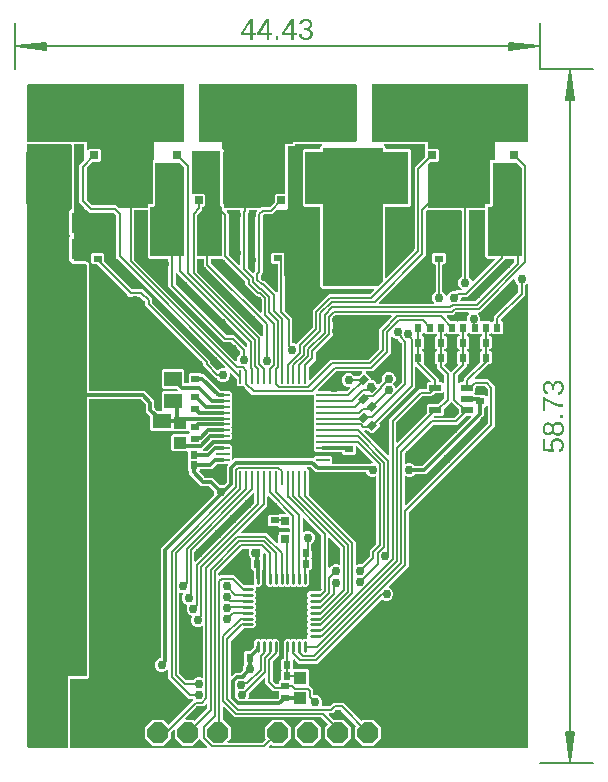
<source format=gbr>
G04 EAGLE Gerber RS-274X export*
G75*
%MOMM*%
%FSLAX34Y34*%
%LPD*%
%INTop Copper*%
%IPPOS*%
%AMOC8*
5,1,8,0,0,1.08239X$1,22.5*%
G01*
G04 Define Apertures*
%ADD10C,0.130000*%
%ADD11R,0.600000X0.700000*%
%ADD12R,0.700000X0.600000*%
%ADD13R,1.500000X1.300000*%
%ADD14R,1.600000X1.800000*%
%ADD15R,3.500000X2.500000*%
%ADD16R,2.500000X3.500000*%
%ADD17R,0.800000X0.800000*%
%ADD18R,1.100000X1.000000*%
%ADD19R,2.540000X5.080000*%
%ADD20R,0.686000X3.250000*%
%ADD21R,0.686000X0.710000*%
%ADD22R,3.800000X4.520000*%
%ADD23R,1.800000X3.200000*%
%ADD24R,0.228600X1.143000*%
%ADD25R,1.143000X0.228600*%
%ADD26R,5.170000X5.170000*%
%ADD27R,1.000000X0.550000*%
%ADD28C,0.230000*%
%ADD29R,3.700000X3.700000*%
%ADD30P,1.924489X8X112.500000*%
%ADD31C,1.905000*%
%ADD32P,2.061953X8X22.500000*%
%ADD33P,2.061953X8X292.500000*%
%ADD34C,0.756400*%
%ADD35C,0.906400*%
%ADD36C,0.203200*%
%ADD37C,0.304800*%
%ADD38C,0.152400*%
G36*
X201048Y616084D02*
X203477Y616084D01*
X203477Y617826D01*
X201048Y617826D01*
X201048Y629456D01*
X198730Y629456D01*
X190817Y617801D01*
X190817Y616084D01*
X198963Y616084D01*
X198963Y612170D01*
X201048Y612170D01*
X201048Y616084D01*
G37*
G36*
X215017Y616084D02*
X217446Y616084D01*
X217446Y617826D01*
X215017Y617826D01*
X215017Y629456D01*
X212698Y629456D01*
X204785Y617801D01*
X204785Y616084D01*
X212931Y616084D01*
X212931Y612170D01*
X215017Y612170D01*
X215017Y616084D01*
G37*
G36*
X235954Y616084D02*
X238383Y616084D01*
X238383Y617826D01*
X235954Y617826D01*
X235954Y629456D01*
X233636Y629456D01*
X225723Y617801D01*
X225723Y616084D01*
X233869Y616084D01*
X233869Y612170D01*
X235954Y612170D01*
X235954Y616084D01*
G37*
G36*
X246805Y611945D02*
X247450Y612007D01*
X248053Y612109D01*
X248617Y612253D01*
X249139Y612437D01*
X249621Y612663D01*
X250062Y612930D01*
X250463Y613237D01*
X250820Y613582D01*
X251129Y613961D01*
X251390Y614374D01*
X251604Y614820D01*
X251770Y615300D01*
X251889Y615814D01*
X251960Y616361D01*
X251978Y616647D01*
X251984Y616942D01*
X251967Y617348D01*
X251917Y617735D01*
X251832Y618105D01*
X251714Y618457D01*
X251562Y618792D01*
X251377Y619109D01*
X251158Y619409D01*
X250905Y619690D01*
X250621Y619949D01*
X250311Y620181D01*
X249974Y620385D01*
X249610Y620561D01*
X249220Y620710D01*
X248802Y620831D01*
X248358Y620925D01*
X247887Y620991D01*
X247887Y621040D01*
X248315Y621142D01*
X248717Y621266D01*
X249093Y621410D01*
X249443Y621575D01*
X249767Y621761D01*
X250064Y621968D01*
X250335Y622196D01*
X250580Y622445D01*
X250797Y622713D01*
X250985Y623002D01*
X251144Y623309D01*
X251274Y623636D01*
X251375Y623982D01*
X251448Y624348D01*
X251491Y624733D01*
X251506Y625137D01*
X251483Y625662D01*
X251416Y626158D01*
X251303Y626623D01*
X251145Y627059D01*
X250943Y627465D01*
X250695Y627841D01*
X250402Y628188D01*
X250064Y628505D01*
X249686Y628788D01*
X249271Y629034D01*
X248820Y629241D01*
X248333Y629411D01*
X247810Y629543D01*
X247250Y629638D01*
X246654Y629694D01*
X246022Y629713D01*
X245440Y629695D01*
X244886Y629639D01*
X244359Y629546D01*
X243858Y629416D01*
X243385Y629248D01*
X242938Y629044D01*
X242519Y628802D01*
X242127Y628523D01*
X241768Y628211D01*
X241449Y627870D01*
X241169Y627500D01*
X240929Y627100D01*
X240729Y626672D01*
X240568Y626214D01*
X240448Y625727D01*
X240366Y625211D01*
X242587Y625039D01*
X242635Y625370D01*
X242708Y625682D01*
X242803Y625974D01*
X242923Y626248D01*
X243066Y626502D01*
X243232Y626737D01*
X243422Y626953D01*
X243636Y627149D01*
X243870Y627325D01*
X244122Y627477D01*
X244391Y627605D01*
X244677Y627711D01*
X244981Y627792D01*
X245302Y627851D01*
X245641Y627886D01*
X245997Y627898D01*
X246387Y627885D01*
X246751Y627847D01*
X247091Y627785D01*
X247407Y627697D01*
X247697Y627584D01*
X247963Y627446D01*
X248204Y627282D01*
X248420Y627094D01*
X248612Y626884D01*
X248777Y626656D01*
X248917Y626409D01*
X249032Y626145D01*
X249121Y625862D01*
X249185Y625561D01*
X249223Y625242D01*
X249236Y624904D01*
X249221Y624564D01*
X249174Y624243D01*
X249096Y623941D01*
X248986Y623658D01*
X248846Y623393D01*
X248674Y623148D01*
X248471Y622922D01*
X248236Y622714D01*
X247974Y622529D01*
X247685Y622368D01*
X247372Y622232D01*
X247033Y622121D01*
X246668Y622034D01*
X246278Y621973D01*
X245862Y621935D01*
X245421Y621923D01*
X244219Y621923D01*
X244219Y620009D01*
X245470Y620009D01*
X245967Y619997D01*
X246434Y619960D01*
X246871Y619898D01*
X247278Y619811D01*
X247655Y619700D01*
X248001Y619564D01*
X248318Y619403D01*
X248604Y619218D01*
X248859Y619011D01*
X249079Y618784D01*
X249266Y618537D01*
X249419Y618272D01*
X249537Y617987D01*
X249622Y617683D01*
X249673Y617359D01*
X249690Y617016D01*
X249675Y616623D01*
X249631Y616256D01*
X249556Y615913D01*
X249452Y615596D01*
X249319Y615303D01*
X249155Y615035D01*
X248962Y614792D01*
X248739Y614575D01*
X248490Y614382D01*
X248219Y614215D01*
X247925Y614074D01*
X247609Y613958D01*
X247270Y613868D01*
X246909Y613804D01*
X246526Y613765D01*
X246120Y613753D01*
X245716Y613765D01*
X245334Y613801D01*
X244975Y613860D01*
X244638Y613944D01*
X244324Y614052D01*
X244032Y614184D01*
X243763Y614340D01*
X243516Y614519D01*
X243292Y614723D01*
X243090Y614951D01*
X242911Y615202D01*
X242755Y615478D01*
X242621Y615777D01*
X242509Y616101D01*
X242420Y616448D01*
X242354Y616820D01*
X240072Y616611D01*
X240165Y616049D01*
X240298Y615523D01*
X240471Y615032D01*
X240684Y614576D01*
X240936Y614156D01*
X241228Y613771D01*
X241559Y613422D01*
X241931Y613109D01*
X242338Y612831D01*
X242779Y612591D01*
X243253Y612387D01*
X243760Y612221D01*
X244300Y612091D01*
X244874Y611999D01*
X245480Y611943D01*
X246120Y611925D01*
X246805Y611945D01*
G37*
%LPC*%
G36*
X192853Y617826D02*
X193049Y618071D01*
X193712Y618979D01*
X198141Y625505D01*
X198340Y625824D01*
X198619Y626315D01*
X198963Y626965D01*
X198963Y617826D01*
X192853Y617826D01*
G37*
G36*
X206822Y617826D02*
X207018Y618071D01*
X207681Y618979D01*
X212109Y625505D01*
X212309Y625824D01*
X212588Y626315D01*
X212931Y626965D01*
X212931Y617826D01*
X206822Y617826D01*
G37*
G36*
X227759Y617826D02*
X227956Y618071D01*
X228618Y618979D01*
X233047Y625505D01*
X233246Y625824D01*
X233525Y626315D01*
X233869Y626965D01*
X233869Y617826D01*
X227759Y617826D01*
G37*
%LPD*%
G36*
X222864Y614857D02*
X220472Y614857D01*
X220472Y612170D01*
X222864Y612170D01*
X222864Y614857D01*
G37*
G36*
X459656Y276782D02*
X459945Y276800D01*
X460226Y276831D01*
X460498Y276873D01*
X461016Y276996D01*
X461499Y277167D01*
X461948Y277387D01*
X462362Y277655D01*
X462742Y277973D01*
X463088Y278340D01*
X463395Y278750D01*
X463662Y279197D01*
X463888Y279683D01*
X464072Y280206D01*
X464216Y280767D01*
X464318Y281366D01*
X464380Y282002D01*
X464400Y282677D01*
X464379Y283367D01*
X464317Y284017D01*
X464212Y284625D01*
X464066Y285192D01*
X463878Y285717D01*
X463648Y286201D01*
X463377Y286643D01*
X463063Y287044D01*
X462712Y287401D01*
X462329Y287710D01*
X461912Y287971D01*
X461462Y288185D01*
X460980Y288351D01*
X460464Y288470D01*
X459915Y288541D01*
X459629Y288559D01*
X459334Y288565D01*
X458916Y288551D01*
X458517Y288508D01*
X458135Y288436D01*
X457771Y288335D01*
X457425Y288206D01*
X457097Y288048D01*
X456786Y287861D01*
X456494Y287645D01*
X456441Y287598D01*
X456223Y287404D01*
X455980Y287139D01*
X455764Y286852D01*
X455575Y286541D01*
X455413Y286207D01*
X455278Y285851D01*
X455170Y285471D01*
X455089Y285069D01*
X455040Y285069D01*
X454956Y285415D01*
X454847Y285743D01*
X454713Y286052D01*
X454552Y286342D01*
X454366Y286613D01*
X454175Y286841D01*
X454154Y286865D01*
X453917Y287099D01*
X453654Y287314D01*
X453372Y287507D01*
X453078Y287673D01*
X452772Y287815D01*
X452454Y287930D01*
X452125Y288020D01*
X451783Y288084D01*
X451430Y288123D01*
X451065Y288136D01*
X450566Y288113D01*
X450094Y288043D01*
X449647Y287928D01*
X449228Y287766D01*
X448835Y287558D01*
X448468Y287304D01*
X448128Y287004D01*
X447814Y286658D01*
X447532Y286271D01*
X447288Y285851D01*
X447081Y285398D01*
X446912Y284911D01*
X446781Y284390D01*
X446687Y283836D01*
X446630Y283249D01*
X446612Y282627D01*
X446631Y282021D01*
X446688Y281446D01*
X446784Y280902D01*
X446918Y280390D01*
X447091Y279910D01*
X447302Y279461D01*
X447551Y279044D01*
X447839Y278659D01*
X448157Y278312D01*
X448499Y278012D01*
X448864Y277758D01*
X449252Y277550D01*
X449664Y277388D01*
X450100Y277273D01*
X450558Y277204D01*
X451040Y277180D01*
X451406Y277193D01*
X451759Y277231D01*
X452100Y277295D01*
X452430Y277384D01*
X452747Y277499D01*
X453053Y277639D01*
X453347Y277805D01*
X453629Y277996D01*
X453893Y278210D01*
X454133Y278441D01*
X454348Y278692D01*
X454540Y278961D01*
X454707Y279248D01*
X454850Y279555D01*
X454970Y279880D01*
X455064Y280223D01*
X455113Y280223D01*
X455189Y279854D01*
X455293Y279502D01*
X455425Y279167D01*
X455586Y278849D01*
X455775Y278548D01*
X455992Y278263D01*
X456238Y277996D01*
X456512Y277745D01*
X456809Y277518D01*
X457122Y277321D01*
X457453Y277154D01*
X457800Y277018D01*
X458164Y276912D01*
X458545Y276836D01*
X458943Y276791D01*
X459358Y276776D01*
X459656Y276782D01*
G37*
G36*
X460776Y262836D02*
X461231Y262986D01*
X461658Y263169D01*
X462054Y263387D01*
X462421Y263638D01*
X462759Y263924D01*
X463067Y264244D01*
X463345Y264598D01*
X463593Y264984D01*
X463807Y265398D01*
X463988Y265842D01*
X464137Y266316D01*
X464252Y266818D01*
X464334Y267349D01*
X464384Y267910D01*
X464400Y268499D01*
X464394Y268855D01*
X464376Y269200D01*
X464345Y269536D01*
X464302Y269862D01*
X464247Y270178D01*
X464180Y270485D01*
X464008Y271068D01*
X463787Y271612D01*
X463517Y272116D01*
X463198Y272582D01*
X462830Y273008D01*
X462419Y273389D01*
X461972Y273719D01*
X461488Y273998D01*
X460968Y274227D01*
X460695Y274322D01*
X460412Y274405D01*
X460120Y274475D01*
X459819Y274532D01*
X459509Y274576D01*
X459190Y274608D01*
X458861Y274627D01*
X458524Y274633D01*
X457937Y274610D01*
X457378Y274539D01*
X456848Y274420D01*
X456346Y274254D01*
X455873Y274041D01*
X455428Y273781D01*
X455011Y273473D01*
X454623Y273118D01*
X454272Y272723D01*
X453968Y272296D01*
X453711Y271836D01*
X453500Y271344D01*
X453337Y270819D01*
X453220Y270262D01*
X453149Y269673D01*
X453126Y269051D01*
X453143Y268529D01*
X453195Y268028D01*
X453281Y267549D01*
X453402Y267091D01*
X453557Y266656D01*
X453747Y266243D01*
X453971Y265851D01*
X454230Y265481D01*
X448746Y265813D01*
X448746Y273627D01*
X446869Y273627D01*
X446869Y263801D01*
X456169Y263224D01*
X456169Y265383D01*
X455856Y265770D01*
X455592Y266156D01*
X455377Y266542D01*
X455212Y266929D01*
X455088Y267323D01*
X455000Y267732D01*
X454947Y268157D01*
X454929Y268597D01*
X454945Y269016D01*
X454992Y269412D01*
X455071Y269786D01*
X455181Y270139D01*
X455322Y270469D01*
X455495Y270777D01*
X455700Y271063D01*
X455935Y271327D01*
X456197Y271564D01*
X456478Y271770D01*
X456778Y271944D01*
X457098Y272086D01*
X457437Y272197D01*
X457796Y272276D01*
X458175Y272323D01*
X458573Y272339D01*
X459030Y272323D01*
X459461Y272276D01*
X459868Y272198D01*
X460249Y272088D01*
X460605Y271946D01*
X460937Y271773D01*
X461243Y271569D01*
X461524Y271333D01*
X461775Y271070D01*
X461993Y270782D01*
X462178Y270470D01*
X462329Y270134D01*
X462446Y269774D01*
X462530Y269389D01*
X462580Y268981D01*
X462597Y268548D01*
X462587Y268195D01*
X462557Y267859D01*
X462507Y267540D01*
X462437Y267238D01*
X462347Y266953D01*
X462236Y266686D01*
X462106Y266435D01*
X461956Y266202D01*
X461786Y265986D01*
X461595Y265787D01*
X461385Y265605D01*
X461155Y265441D01*
X460904Y265293D01*
X460634Y265163D01*
X460343Y265050D01*
X460033Y264954D01*
X460291Y262721D01*
X460776Y262836D01*
G37*
G36*
X460276Y311640D02*
X460802Y311773D01*
X461293Y311946D01*
X461749Y312159D01*
X462169Y312411D01*
X462554Y312703D01*
X462903Y313034D01*
X463217Y313406D01*
X463494Y313813D01*
X463734Y314254D01*
X463938Y314728D01*
X464104Y315235D01*
X464234Y315775D01*
X464326Y316349D01*
X464382Y316955D01*
X464400Y317595D01*
X464380Y318280D01*
X464318Y318925D01*
X464216Y319528D01*
X464072Y320092D01*
X463888Y320614D01*
X463662Y321096D01*
X463395Y321537D01*
X463088Y321938D01*
X462743Y322295D01*
X462364Y322604D01*
X461951Y322865D01*
X461505Y323079D01*
X461025Y323245D01*
X460511Y323364D01*
X459964Y323435D01*
X459678Y323453D01*
X459383Y323459D01*
X458978Y323442D01*
X458590Y323392D01*
X458220Y323307D01*
X457868Y323189D01*
X457533Y323037D01*
X457216Y322852D01*
X456916Y322633D01*
X456635Y322380D01*
X456376Y322096D01*
X456144Y321786D01*
X455940Y321449D01*
X455764Y321085D01*
X455615Y320695D01*
X455494Y320277D01*
X455400Y319833D01*
X455334Y319362D01*
X455285Y319362D01*
X455183Y319790D01*
X455059Y320192D01*
X454915Y320568D01*
X454750Y320918D01*
X454564Y321242D01*
X454357Y321539D01*
X454129Y321810D01*
X453881Y322055D01*
X453612Y322272D01*
X453323Y322460D01*
X453016Y322619D01*
X452689Y322749D01*
X452343Y322850D01*
X451977Y322923D01*
X451592Y322966D01*
X451188Y322981D01*
X450663Y322958D01*
X450168Y322891D01*
X449702Y322778D01*
X449266Y322620D01*
X448860Y322418D01*
X448484Y322170D01*
X448137Y321877D01*
X447820Y321539D01*
X447537Y321161D01*
X447291Y320746D01*
X447084Y320295D01*
X446914Y319808D01*
X446782Y319285D01*
X446687Y318725D01*
X446631Y318129D01*
X446612Y317497D01*
X446630Y316915D01*
X446686Y316361D01*
X446779Y315834D01*
X446909Y315333D01*
X447077Y314860D01*
X447281Y314413D01*
X447523Y313994D01*
X447802Y313602D01*
X448114Y313243D01*
X448455Y312924D01*
X448825Y312644D01*
X449225Y312404D01*
X449653Y312204D01*
X450111Y312043D01*
X450598Y311923D01*
X451114Y311841D01*
X451286Y314062D01*
X450955Y314110D01*
X450643Y314183D01*
X450351Y314278D01*
X450077Y314398D01*
X449823Y314541D01*
X449588Y314707D01*
X449372Y314897D01*
X449176Y315111D01*
X449000Y315345D01*
X448848Y315597D01*
X448720Y315866D01*
X448614Y316152D01*
X448533Y316456D01*
X448474Y316777D01*
X448439Y317116D01*
X448427Y317472D01*
X448440Y317862D01*
X448478Y318226D01*
X448540Y318566D01*
X448628Y318882D01*
X448741Y319172D01*
X448879Y319438D01*
X449043Y319679D01*
X449231Y319895D01*
X449441Y320087D01*
X449669Y320252D01*
X449916Y320392D01*
X450180Y320507D01*
X450463Y320596D01*
X450764Y320660D01*
X451083Y320698D01*
X451421Y320711D01*
X451761Y320696D01*
X452082Y320649D01*
X452384Y320571D01*
X452668Y320461D01*
X452932Y320321D01*
X453177Y320149D01*
X453403Y319946D01*
X453611Y319711D01*
X453796Y319449D01*
X453957Y319160D01*
X454093Y318847D01*
X454204Y318508D01*
X454291Y318143D01*
X454352Y317753D01*
X454390Y317337D01*
X454402Y316896D01*
X454402Y315694D01*
X456316Y315694D01*
X456316Y316945D01*
X456328Y317442D01*
X456365Y317909D01*
X456427Y318346D01*
X456514Y318753D01*
X456625Y319130D01*
X456761Y319476D01*
X456922Y319793D01*
X457107Y320079D01*
X457315Y320334D01*
X457541Y320554D01*
X457788Y320741D01*
X458053Y320894D01*
X458338Y321012D01*
X458642Y321097D01*
X458966Y321148D01*
X459309Y321165D01*
X459702Y321150D01*
X460069Y321106D01*
X460412Y321031D01*
X460729Y320927D01*
X461022Y320794D01*
X461290Y320630D01*
X461533Y320437D01*
X461750Y320214D01*
X461943Y319965D01*
X462110Y319694D01*
X462251Y319400D01*
X462367Y319084D01*
X462457Y318745D01*
X462521Y318384D01*
X462560Y318001D01*
X462572Y317595D01*
X462560Y317191D01*
X462525Y316809D01*
X462465Y316450D01*
X462381Y316113D01*
X462273Y315799D01*
X462141Y315507D01*
X461985Y315238D01*
X461806Y314991D01*
X461602Y314767D01*
X461374Y314565D01*
X461123Y314386D01*
X460847Y314230D01*
X460548Y314096D01*
X460224Y313984D01*
X459877Y313895D01*
X459505Y313829D01*
X459714Y311547D01*
X460276Y311640D01*
G37*
G36*
X448746Y307196D02*
X449922Y306404D01*
X451063Y305670D01*
X452169Y304995D01*
X453241Y304379D01*
X454278Y303822D01*
X455280Y303324D01*
X456248Y302884D01*
X457181Y302504D01*
X458091Y302175D01*
X458990Y301889D01*
X459878Y301648D01*
X460755Y301450D01*
X461622Y301297D01*
X462477Y301187D01*
X463321Y301121D01*
X464155Y301099D01*
X464155Y303405D01*
X463559Y303414D01*
X462969Y303440D01*
X462383Y303482D01*
X461803Y303542D01*
X461227Y303619D01*
X460656Y303713D01*
X460091Y303823D01*
X459530Y303951D01*
X458971Y304096D01*
X458410Y304259D01*
X457847Y304438D01*
X457282Y304634D01*
X456715Y304847D01*
X456146Y305077D01*
X455003Y305589D01*
X454402Y305887D01*
X453746Y306233D01*
X452270Y307071D01*
X450575Y308103D01*
X448660Y309331D01*
X446869Y309331D01*
X446869Y297909D01*
X448746Y297909D01*
X448746Y307196D01*
G37*
%LPC*%
G36*
X458801Y279072D02*
X458448Y279117D01*
X458116Y279190D01*
X457805Y279294D01*
X457514Y279426D01*
X457243Y279589D01*
X456993Y279781D01*
X456764Y280002D01*
X456558Y280250D01*
X456380Y280520D01*
X456229Y280814D01*
X456106Y281131D01*
X456010Y281470D01*
X455941Y281833D01*
X455900Y282219D01*
X455886Y282627D01*
X455899Y283048D01*
X455937Y283444D01*
X456001Y283816D01*
X456090Y284164D01*
X456205Y284488D01*
X456345Y284787D01*
X456511Y285063D01*
X456702Y285314D01*
X456919Y285538D01*
X457160Y285733D01*
X457425Y285897D01*
X457716Y286032D01*
X458031Y286137D01*
X458371Y286211D01*
X458736Y286256D01*
X459125Y286271D01*
X459581Y286257D01*
X460006Y286216D01*
X460398Y286147D01*
X460758Y286050D01*
X461087Y285926D01*
X461383Y285774D01*
X461647Y285595D01*
X461879Y285388D01*
X462082Y285153D01*
X462258Y284889D01*
X462406Y284596D01*
X462528Y284274D01*
X462623Y283924D01*
X462690Y283545D01*
X462731Y283138D01*
X462744Y282701D01*
X462730Y282260D01*
X462688Y281847D01*
X462619Y281463D01*
X462521Y281107D01*
X462396Y280780D01*
X462242Y280481D01*
X462061Y280210D01*
X461852Y279968D01*
X461615Y279755D01*
X461350Y279570D01*
X461057Y279413D01*
X460736Y279285D01*
X460387Y279186D01*
X460011Y279114D01*
X459607Y279072D01*
X459174Y279057D01*
X458801Y279072D01*
G37*
G36*
X450834Y279451D02*
X450503Y279489D01*
X450195Y279553D01*
X449909Y279642D01*
X449646Y279756D01*
X449405Y279897D01*
X449187Y280062D01*
X448992Y280254D01*
X448819Y280469D01*
X448670Y280708D01*
X448543Y280970D01*
X448440Y281255D01*
X448359Y281563D01*
X448302Y281895D01*
X448267Y282250D01*
X448256Y282627D01*
X448267Y283017D01*
X448301Y283381D01*
X448359Y283720D01*
X448439Y284034D01*
X448542Y284322D01*
X448668Y284586D01*
X448817Y284825D01*
X448989Y285038D01*
X449183Y285226D01*
X449401Y285390D01*
X449641Y285528D01*
X449905Y285641D01*
X450191Y285729D01*
X450500Y285791D01*
X450833Y285829D01*
X451188Y285842D01*
X451576Y285829D01*
X451936Y285791D01*
X452268Y285727D01*
X452572Y285638D01*
X452849Y285523D01*
X453098Y285383D01*
X453319Y285217D01*
X453512Y285026D01*
X453681Y284810D01*
X453826Y284572D01*
X453950Y284310D01*
X454051Y284025D01*
X454129Y283716D01*
X454185Y283385D01*
X454219Y283030D01*
X454230Y282652D01*
X454218Y282279D01*
X454181Y281929D01*
X454121Y281599D01*
X454035Y281292D01*
X453926Y281006D01*
X453792Y280742D01*
X453634Y280499D01*
X453451Y280278D01*
X453245Y280081D01*
X453018Y279910D01*
X452768Y279766D01*
X452496Y279648D01*
X452202Y279556D01*
X451886Y279490D01*
X451548Y279451D01*
X451188Y279438D01*
X450834Y279451D01*
G37*
%LPD*%
G36*
X464155Y294339D02*
X461468Y294339D01*
X461468Y291947D01*
X464155Y291947D01*
X464155Y294339D01*
G37*
G36*
X43985Y12760D02*
X44235Y12932D01*
X44399Y13187D01*
X44450Y13462D01*
X44450Y72963D01*
X44459Y73018D01*
X44462Y73019D01*
X44502Y73025D01*
X59563Y73025D01*
X59860Y73085D01*
X60110Y73257D01*
X60274Y73512D01*
X60325Y73787D01*
X60325Y421513D01*
X60265Y421810D01*
X60093Y422060D01*
X59838Y422224D01*
X59563Y422275D01*
X47687Y422275D01*
X47632Y422284D01*
X47631Y422287D01*
X47625Y422327D01*
X47625Y423181D01*
X47565Y423478D01*
X47393Y423728D01*
X47138Y423892D01*
X46863Y423943D01*
X46433Y423943D01*
X45243Y425133D01*
X45243Y444817D01*
X45975Y445549D01*
X46143Y445802D01*
X46198Y446100D01*
X46133Y446396D01*
X45975Y446626D01*
X45243Y447358D01*
X45243Y467042D01*
X46433Y468232D01*
X46863Y468232D01*
X47160Y468292D01*
X47410Y468464D01*
X47574Y468719D01*
X47625Y468994D01*
X47625Y523113D01*
X47565Y523410D01*
X47393Y523660D01*
X47138Y523824D01*
X46863Y523875D01*
X10922Y523875D01*
X10625Y523815D01*
X10375Y523643D01*
X10211Y523388D01*
X10160Y523113D01*
X10160Y13462D01*
X10220Y13165D01*
X10392Y12915D01*
X10647Y12751D01*
X10922Y12700D01*
X43688Y12700D01*
X43985Y12760D01*
G37*
G36*
X306821Y403285D02*
X307063Y403448D01*
X310927Y407312D01*
X311094Y407565D01*
X311150Y407851D01*
X311150Y519938D01*
X311090Y520235D01*
X310918Y520485D01*
X310663Y520649D01*
X310388Y520700D01*
X261112Y520700D01*
X260815Y520640D01*
X260565Y520468D01*
X260401Y520213D01*
X260350Y519938D01*
X260350Y403987D01*
X260410Y403690D01*
X260582Y403440D01*
X260837Y403276D01*
X261112Y403225D01*
X306524Y403225D01*
X306821Y403285D01*
G37*
G36*
X142410Y428685D02*
X142660Y428857D01*
X142824Y429112D01*
X142875Y429387D01*
X142875Y503549D01*
X142815Y503846D01*
X142652Y504088D01*
X138963Y507777D01*
X138710Y507944D01*
X138424Y508000D01*
X119394Y508000D01*
X119097Y507940D01*
X118847Y507768D01*
X118683Y507513D01*
X118632Y507238D01*
X118632Y471858D01*
X117442Y470668D01*
X115062Y470668D01*
X114765Y470608D01*
X114515Y470436D01*
X114351Y470181D01*
X114300Y469906D01*
X114300Y429387D01*
X114360Y429090D01*
X114532Y428840D01*
X114787Y428676D01*
X115062Y428625D01*
X142113Y428625D01*
X142410Y428685D01*
G37*
G36*
X428160Y428685D02*
X428410Y428857D01*
X428574Y429112D01*
X428625Y429387D01*
X428625Y503549D01*
X428565Y503846D01*
X428402Y504088D01*
X424713Y507777D01*
X424460Y507944D01*
X424174Y508000D01*
X405144Y508000D01*
X404847Y507940D01*
X404597Y507768D01*
X404433Y507513D01*
X404382Y507238D01*
X404382Y471858D01*
X403192Y470668D01*
X400812Y470668D01*
X400515Y470608D01*
X400265Y470436D01*
X400101Y470181D01*
X400050Y469906D01*
X400050Y429387D01*
X400110Y429090D01*
X400282Y428840D01*
X400537Y428676D01*
X400812Y428625D01*
X427863Y428625D01*
X428160Y428685D01*
G37*
G36*
X174160Y428685D02*
X174410Y428857D01*
X174574Y429112D01*
X174625Y429387D01*
X174625Y470386D01*
X174565Y470683D01*
X174402Y470925D01*
X173468Y471858D01*
X173468Y516763D01*
X173408Y517060D01*
X173236Y517310D01*
X172981Y517474D01*
X172706Y517525D01*
X149987Y517525D01*
X149690Y517465D01*
X149440Y517293D01*
X149276Y517038D01*
X149225Y516763D01*
X149225Y481768D01*
X149285Y481471D01*
X149457Y481221D01*
X149712Y481058D01*
X150011Y481007D01*
X150306Y481077D01*
X150526Y481230D01*
X151128Y481832D01*
X159672Y481832D01*
X160862Y480642D01*
X160862Y471858D01*
X159672Y470668D01*
X159210Y470668D01*
X158913Y470608D01*
X158663Y470436D01*
X158499Y470181D01*
X158448Y469906D01*
X158448Y467905D01*
X154231Y463688D01*
X154064Y463435D01*
X154008Y463149D01*
X154008Y429387D01*
X154068Y429090D01*
X154240Y428840D01*
X154495Y428676D01*
X154770Y428625D01*
X173863Y428625D01*
X174160Y428685D01*
G37*
G36*
X111803Y469960D02*
X112053Y470132D01*
X112217Y470387D01*
X112268Y470662D01*
X112268Y507959D01*
X112321Y508445D01*
X112420Y508764D01*
X112576Y509070D01*
X112780Y509345D01*
X113029Y509582D01*
X113313Y509773D01*
X113626Y509914D01*
X113958Y510000D01*
X114332Y510032D01*
X116713Y510032D01*
X117010Y510092D01*
X117260Y510264D01*
X117424Y510519D01*
X117475Y510794D01*
X117475Y526288D01*
X117415Y526585D01*
X117243Y526835D01*
X116988Y526999D01*
X116713Y527050D01*
X61087Y527050D01*
X60790Y526990D01*
X60540Y526818D01*
X60376Y526563D01*
X60325Y526288D01*
X60325Y519518D01*
X60385Y519221D01*
X60557Y518971D01*
X60812Y518808D01*
X61111Y518757D01*
X61406Y518827D01*
X61626Y518980D01*
X62578Y519932D01*
X71122Y519932D01*
X72312Y518742D01*
X72312Y509958D01*
X71122Y508768D01*
X65894Y508768D01*
X65597Y508708D01*
X65355Y508545D01*
X60548Y503738D01*
X60381Y503485D01*
X60325Y503199D01*
X60325Y476829D01*
X60385Y476532D01*
X60548Y476290D01*
X64827Y472011D01*
X65080Y471844D01*
X65366Y471788D01*
X85565Y471788D01*
X87229Y470123D01*
X87482Y469956D01*
X87768Y469900D01*
X111506Y469900D01*
X111803Y469960D01*
G37*
G36*
X397553Y469960D02*
X397803Y470132D01*
X397967Y470387D01*
X398018Y470662D01*
X398018Y507959D01*
X398071Y508445D01*
X398170Y508764D01*
X398326Y509070D01*
X398530Y509345D01*
X398779Y509582D01*
X399063Y509773D01*
X399376Y509914D01*
X399708Y510000D01*
X400082Y510032D01*
X405638Y510032D01*
X405935Y510092D01*
X406185Y510264D01*
X406349Y510519D01*
X406400Y510794D01*
X406400Y526288D01*
X406340Y526585D01*
X406168Y526835D01*
X405913Y526999D01*
X405638Y527050D01*
X350012Y527050D01*
X349715Y526990D01*
X349465Y526818D01*
X349301Y526563D01*
X349250Y526288D01*
X349250Y520694D01*
X349310Y520397D01*
X349482Y520147D01*
X349737Y519983D01*
X350012Y519932D01*
X357318Y519932D01*
X358508Y518742D01*
X358508Y509958D01*
X357318Y508768D01*
X352090Y508768D01*
X351793Y508708D01*
X351551Y508545D01*
X349473Y506467D01*
X349306Y506214D01*
X349250Y505928D01*
X349250Y470662D01*
X349310Y470365D01*
X349482Y470115D01*
X349737Y469951D01*
X350012Y469900D01*
X397256Y469900D01*
X397553Y469960D01*
G37*
G36*
X207804Y469960D02*
X208046Y470123D01*
X208417Y470495D01*
X214869Y470495D01*
X215166Y470555D01*
X215408Y470718D01*
X219565Y474875D01*
X219732Y475128D01*
X219788Y475414D01*
X219788Y480642D01*
X220978Y481832D01*
X227838Y481832D01*
X228135Y481892D01*
X228385Y482064D01*
X228549Y482319D01*
X228600Y482594D01*
X228600Y526288D01*
X228540Y526585D01*
X228368Y526835D01*
X228113Y526999D01*
X227838Y527050D01*
X175387Y527050D01*
X175090Y526990D01*
X174840Y526818D01*
X174676Y526563D01*
X174625Y526288D01*
X174625Y520204D01*
X174685Y519906D01*
X174857Y519656D01*
X175161Y519476D01*
X175389Y519405D01*
X175695Y519249D01*
X175970Y519045D01*
X176207Y518796D01*
X176398Y518512D01*
X176539Y518199D01*
X176625Y517867D01*
X176657Y517493D01*
X176657Y470662D01*
X176717Y470365D01*
X176889Y470115D01*
X177144Y469951D01*
X177419Y469900D01*
X207507Y469900D01*
X207804Y469960D01*
G37*
G36*
X314263Y410715D02*
X314483Y410868D01*
X337808Y434193D01*
X337975Y434446D01*
X338031Y434732D01*
X338031Y503646D01*
X346995Y512609D01*
X347162Y512862D01*
X347218Y513148D01*
X347218Y523113D01*
X347158Y523410D01*
X346986Y523660D01*
X346731Y523824D01*
X346456Y523875D01*
X312547Y523875D01*
X312250Y523815D01*
X311999Y523643D01*
X311836Y523388D01*
X311785Y523089D01*
X311855Y522794D01*
X312034Y522549D01*
X312201Y522434D01*
X312220Y522424D01*
X312495Y522220D01*
X312732Y521971D01*
X312923Y521687D01*
X313064Y521374D01*
X313150Y521042D01*
X313185Y520636D01*
X313194Y520636D01*
X313242Y520397D01*
X313414Y520147D01*
X313669Y519983D01*
X313944Y519932D01*
X333788Y519932D01*
X334978Y518742D01*
X334978Y471858D01*
X333788Y470668D01*
X313944Y470668D01*
X313647Y470608D01*
X313397Y470436D01*
X313233Y470181D01*
X313182Y469906D01*
X313182Y411407D01*
X313242Y411110D01*
X313414Y410860D01*
X313669Y410696D01*
X313968Y410646D01*
X314263Y410715D01*
G37*
G36*
X300035Y252916D02*
X301358Y253464D01*
X301777Y253464D01*
X302074Y253524D01*
X302324Y253696D01*
X302487Y253951D01*
X302538Y254250D01*
X302468Y254545D01*
X302315Y254765D01*
X289408Y267672D01*
X289155Y267840D01*
X288857Y267895D01*
X288561Y267830D01*
X288313Y267655D01*
X288154Y267397D01*
X288107Y267134D01*
X288107Y261508D01*
X286917Y260318D01*
X278233Y260318D01*
X277043Y261508D01*
X277043Y261982D01*
X276983Y262279D01*
X276811Y262529D01*
X276556Y262693D01*
X276281Y262744D01*
X259027Y262744D01*
X258869Y262902D01*
X258616Y263069D01*
X258330Y263125D01*
X253943Y263125D01*
X252753Y264315D01*
X252753Y268297D01*
X252897Y268514D01*
X252953Y268812D01*
X252888Y269108D01*
X252753Y269305D01*
X252753Y273297D01*
X252897Y273514D01*
X252953Y273812D01*
X252888Y274108D01*
X252753Y274305D01*
X252753Y278297D01*
X252897Y278514D01*
X252953Y278812D01*
X252888Y279108D01*
X252753Y279305D01*
X252753Y283297D01*
X252897Y283514D01*
X252953Y283812D01*
X252888Y284108D01*
X252753Y284305D01*
X252753Y288297D01*
X252897Y288514D01*
X252953Y288812D01*
X252888Y289108D01*
X252753Y289305D01*
X252753Y293297D01*
X252897Y293514D01*
X252953Y293812D01*
X252888Y294108D01*
X252753Y294305D01*
X252753Y298297D01*
X252897Y298514D01*
X252953Y298812D01*
X252888Y299108D01*
X252753Y299305D01*
X252753Y303297D01*
X252897Y303514D01*
X252953Y303812D01*
X252888Y304108D01*
X252753Y304305D01*
X252753Y308297D01*
X252897Y308514D01*
X252953Y308812D01*
X252888Y309108D01*
X252753Y309305D01*
X252753Y310679D01*
X252693Y310976D01*
X252521Y311226D01*
X252266Y311390D01*
X251991Y311441D01*
X200598Y311441D01*
X194461Y317579D01*
X193524Y318515D01*
X193272Y318683D01*
X192973Y318738D01*
X192677Y318673D01*
X192502Y318553D01*
X188515Y318553D01*
X187325Y319743D01*
X187325Y325051D01*
X187265Y325348D01*
X187102Y325590D01*
X182985Y329707D01*
X182732Y329875D01*
X182434Y329930D01*
X182137Y329865D01*
X181890Y329690D01*
X181731Y329432D01*
X181684Y329168D01*
X181684Y327113D01*
X180799Y324976D01*
X179163Y323341D01*
X177026Y322456D01*
X174713Y322456D01*
X172576Y323341D01*
X170919Y324999D01*
X170666Y325166D01*
X170380Y325222D01*
X169588Y325222D01*
X158870Y335940D01*
X158870Y337468D01*
X158810Y337765D01*
X158647Y338007D01*
X109817Y386837D01*
X109817Y389799D01*
X109757Y390096D01*
X109594Y390338D01*
X105606Y394326D01*
X105353Y394493D01*
X105067Y394549D01*
X96500Y394549D01*
X94715Y396334D01*
X94715Y396378D01*
X94655Y396675D01*
X94492Y396917D01*
X69864Y421545D01*
X69611Y421712D01*
X69325Y421768D01*
X65508Y421768D01*
X64318Y422958D01*
X64318Y430642D01*
X65508Y431832D01*
X74192Y431832D01*
X75382Y430642D01*
X75382Y424245D01*
X75442Y423948D01*
X75605Y423706D01*
X98443Y400868D01*
X98696Y400701D01*
X98982Y400645D01*
X107908Y400645D01*
X115913Y392640D01*
X115913Y389678D01*
X115973Y389381D01*
X116136Y389139D01*
X164966Y340309D01*
X164966Y338781D01*
X165027Y338484D01*
X165189Y338242D01*
X170866Y332566D01*
X171119Y332398D01*
X171417Y332343D01*
X171713Y332408D01*
X171943Y332566D01*
X172576Y333199D01*
X174713Y334084D01*
X176768Y334084D01*
X177065Y334144D01*
X177316Y334316D01*
X177479Y334571D01*
X177530Y334870D01*
X177460Y335165D01*
X177307Y335385D01*
X85267Y427425D01*
X85267Y463149D01*
X85207Y463446D01*
X85044Y463688D01*
X83263Y465469D01*
X83010Y465636D01*
X82724Y465692D01*
X62525Y465692D01*
X60537Y467680D01*
X60284Y467848D01*
X60081Y467899D01*
X59880Y467921D01*
X59561Y468020D01*
X59255Y468176D01*
X58980Y468380D01*
X58743Y468629D01*
X58552Y468913D01*
X58411Y469226D01*
X58325Y469558D01*
X58317Y469646D01*
X58232Y469937D01*
X58097Y470121D01*
X54102Y474115D01*
X54102Y505913D01*
X58070Y509880D01*
X58237Y510133D01*
X58293Y510419D01*
X58293Y523113D01*
X58233Y523410D01*
X58061Y523660D01*
X57806Y523824D01*
X57531Y523875D01*
X50419Y523875D01*
X50122Y523815D01*
X49872Y523643D01*
X49708Y523388D01*
X49657Y523113D01*
X49657Y425069D01*
X49717Y424772D01*
X49889Y424522D01*
X50144Y424358D01*
X50419Y424307D01*
X60284Y424307D01*
X60770Y424254D01*
X61089Y424155D01*
X61395Y423999D01*
X61670Y423795D01*
X61907Y423546D01*
X62098Y423262D01*
X62239Y422949D01*
X62325Y422617D01*
X62357Y422243D01*
X62357Y315468D01*
X62417Y315171D01*
X62589Y314921D01*
X62844Y314757D01*
X63119Y314706D01*
X109423Y314706D01*
X117856Y306273D01*
X117856Y300214D01*
X117916Y299916D01*
X118079Y299675D01*
X120099Y297655D01*
X120352Y297488D01*
X120638Y297432D01*
X123231Y297432D01*
X123528Y297492D01*
X123778Y297664D01*
X123941Y297919D01*
X123992Y298218D01*
X123923Y298513D01*
X123818Y298663D01*
X123818Y313368D01*
X125008Y314558D01*
X136949Y314558D01*
X137247Y314618D01*
X137497Y314790D01*
X137660Y315045D01*
X137711Y315344D01*
X137641Y315639D01*
X137488Y315859D01*
X137076Y316271D01*
X136823Y316438D01*
X136537Y316494D01*
X125008Y316494D01*
X123818Y317684D01*
X123818Y332368D01*
X125008Y333558D01*
X141692Y333558D01*
X142882Y332368D01*
X142882Y321818D01*
X142942Y321521D01*
X143114Y321271D01*
X143369Y321107D01*
X143644Y321056D01*
X146106Y321056D01*
X146403Y321116D01*
X146653Y321288D01*
X146817Y321543D01*
X146868Y321818D01*
X146868Y329042D01*
X148058Y330232D01*
X156742Y330232D01*
X157995Y328979D01*
X158247Y328812D01*
X158533Y328756D01*
X159898Y328756D01*
X173575Y315079D01*
X173828Y314912D01*
X174114Y314856D01*
X176973Y314856D01*
X177131Y314698D01*
X177384Y314531D01*
X177670Y314475D01*
X182057Y314475D01*
X183247Y313285D01*
X183247Y309303D01*
X183103Y309086D01*
X183047Y308788D01*
X183113Y308492D01*
X183247Y308295D01*
X183247Y304303D01*
X183103Y304086D01*
X183047Y303788D01*
X183113Y303492D01*
X183247Y303295D01*
X183247Y299303D01*
X183103Y299086D01*
X183047Y298788D01*
X183113Y298492D01*
X183247Y298295D01*
X183247Y294303D01*
X183103Y294086D01*
X183047Y293788D01*
X183113Y293492D01*
X183247Y293295D01*
X183247Y289303D01*
X183103Y289086D01*
X183047Y288788D01*
X183113Y288492D01*
X183247Y288295D01*
X183247Y284303D01*
X183103Y284086D01*
X183047Y283788D01*
X183113Y283492D01*
X183247Y283295D01*
X183247Y279303D01*
X183103Y279086D01*
X183047Y278788D01*
X183113Y278492D01*
X183247Y278295D01*
X183247Y274315D01*
X182057Y273125D01*
X177670Y273125D01*
X177372Y273065D01*
X177131Y272902D01*
X176973Y272744D01*
X166899Y272744D01*
X166602Y272684D01*
X166360Y272521D01*
X159046Y265207D01*
X158879Y264954D01*
X158823Y264656D01*
X158888Y264360D01*
X159064Y264112D01*
X159322Y263953D01*
X159585Y263906D01*
X161593Y263906D01*
X161890Y263966D01*
X162132Y264129D01*
X167859Y269856D01*
X176973Y269856D01*
X177131Y269698D01*
X177384Y269531D01*
X177670Y269475D01*
X182057Y269475D01*
X183247Y268285D01*
X183247Y264303D01*
X183103Y264086D01*
X183047Y263788D01*
X183113Y263492D01*
X183247Y263295D01*
X183247Y259303D01*
X183103Y259086D01*
X183047Y258788D01*
X183113Y258492D01*
X183247Y258295D01*
X183247Y257113D01*
X183307Y256816D01*
X183479Y256566D01*
X183734Y256402D01*
X184033Y256351D01*
X184328Y256421D01*
X184548Y256574D01*
X185530Y257556D01*
X251991Y257556D01*
X252288Y257616D01*
X252538Y257788D01*
X252702Y258043D01*
X252745Y258277D01*
X253943Y259475D01*
X267057Y259475D01*
X268247Y258285D01*
X268247Y254315D01*
X268091Y254159D01*
X267923Y253906D01*
X267867Y253608D01*
X267933Y253312D01*
X268108Y253064D01*
X268366Y252905D01*
X268629Y252858D01*
X299743Y252858D01*
X300035Y252916D01*
G37*
G36*
X238017Y354693D02*
X238254Y354854D01*
X251546Y368146D01*
X251713Y368399D01*
X251769Y368685D01*
X251769Y383022D01*
X265255Y396508D01*
X299807Y396508D01*
X300104Y396568D01*
X300346Y396731D01*
X303507Y399892D01*
X303674Y400145D01*
X303730Y400443D01*
X303665Y400739D01*
X303489Y400987D01*
X303231Y401146D01*
X302968Y401193D01*
X260391Y401193D01*
X259905Y401246D01*
X259586Y401345D01*
X259280Y401501D01*
X259005Y401705D01*
X258768Y401954D01*
X258577Y402238D01*
X258436Y402551D01*
X258350Y402883D01*
X258318Y403257D01*
X258318Y469906D01*
X258258Y470203D01*
X258086Y470453D01*
X257831Y470617D01*
X257556Y470668D01*
X244508Y470668D01*
X243318Y471858D01*
X243318Y518742D01*
X244508Y519932D01*
X257556Y519932D01*
X257853Y519992D01*
X258103Y520164D01*
X258267Y520419D01*
X258304Y520619D01*
X258314Y520618D01*
X258371Y521145D01*
X258470Y521464D01*
X258626Y521770D01*
X258830Y522045D01*
X259079Y522282D01*
X259375Y522481D01*
X259587Y522697D01*
X259699Y522979D01*
X259692Y523282D01*
X259567Y523558D01*
X259345Y523764D01*
X258949Y523875D01*
X237744Y523875D01*
X237447Y523815D01*
X237197Y523643D01*
X237033Y523388D01*
X236982Y523113D01*
X236982Y523033D01*
X235792Y521843D01*
X231394Y521843D01*
X231097Y521783D01*
X230847Y521611D01*
X230683Y521356D01*
X230632Y521081D01*
X230632Y519137D01*
X230692Y518840D01*
X230712Y518811D01*
X230712Y484485D01*
X230688Y484449D01*
X230632Y484163D01*
X230632Y481037D01*
X230692Y480740D01*
X230712Y480711D01*
X230712Y471785D01*
X230688Y471749D01*
X230632Y471463D01*
X230632Y469941D01*
X230579Y469455D01*
X230480Y469136D01*
X230324Y468830D01*
X230120Y468555D01*
X229871Y468318D01*
X229587Y468127D01*
X229274Y467986D01*
X228942Y467900D01*
X228568Y467868D01*
X221494Y467868D01*
X221197Y467808D01*
X220955Y467645D01*
X217710Y464399D01*
X211258Y464399D01*
X210961Y464339D01*
X210719Y464176D01*
X209702Y463159D01*
X209535Y462906D01*
X209479Y462620D01*
X209479Y414106D01*
X208124Y412751D01*
X207956Y412498D01*
X207901Y412212D01*
X207901Y410131D01*
X207961Y409834D01*
X208124Y409592D01*
X209595Y408121D01*
X209848Y407953D01*
X210134Y407898D01*
X211197Y407898D01*
X220766Y398328D01*
X221019Y398161D01*
X221317Y398105D01*
X221613Y398170D01*
X221861Y398345D01*
X222020Y398604D01*
X222067Y398867D01*
X222067Y411348D01*
X222098Y411378D01*
X222265Y411631D01*
X222321Y411917D01*
X222321Y421357D01*
X222261Y421654D01*
X222089Y421904D01*
X221834Y422068D01*
X221559Y422119D01*
X217908Y422119D01*
X216718Y423309D01*
X216718Y430993D01*
X217908Y432183D01*
X226592Y432183D01*
X227782Y430993D01*
X227782Y425886D01*
X227842Y425589D01*
X227909Y425490D01*
X227909Y411917D01*
X227969Y411620D01*
X228132Y411378D01*
X228163Y411348D01*
X228163Y382888D01*
X228223Y382591D01*
X228386Y382349D01*
X234533Y376203D01*
X234533Y356116D01*
X234593Y355819D01*
X234765Y355569D01*
X235020Y355406D01*
X235295Y355354D01*
X235816Y355354D01*
X237423Y354689D01*
X237721Y354631D01*
X238017Y354693D01*
G37*
G36*
X201567Y414887D02*
X201797Y415045D01*
X203160Y416408D01*
X203327Y416661D01*
X203383Y416947D01*
X203383Y465461D01*
X204490Y466567D01*
X204657Y466820D01*
X204713Y467118D01*
X204648Y467414D01*
X204472Y467662D01*
X204214Y467821D01*
X203951Y467868D01*
X198310Y467868D01*
X198013Y467808D01*
X197763Y467636D01*
X197599Y467381D01*
X197548Y467106D01*
X197548Y465703D01*
X196974Y465129D01*
X196807Y464877D01*
X196751Y464591D01*
X196751Y419329D01*
X196811Y419032D01*
X196974Y418790D01*
X200719Y415045D01*
X200972Y414878D01*
X201270Y414822D01*
X201567Y414887D01*
G37*
G36*
X354252Y388497D02*
X354502Y388669D01*
X354665Y388924D01*
X354716Y389223D01*
X354646Y389518D01*
X354493Y389738D01*
X353835Y390396D01*
X352950Y392533D01*
X352950Y394846D01*
X353835Y396983D01*
X355471Y398618D01*
X355500Y398630D01*
X355751Y398800D01*
X355917Y399054D01*
X355970Y399334D01*
X355970Y421006D01*
X355910Y421303D01*
X355738Y421553D01*
X355483Y421717D01*
X355208Y421768D01*
X354433Y421768D01*
X353243Y422958D01*
X353243Y430642D01*
X354433Y431832D01*
X363117Y431832D01*
X364307Y430642D01*
X364307Y422958D01*
X363117Y421768D01*
X362320Y421768D01*
X362023Y421708D01*
X361773Y421536D01*
X361609Y421281D01*
X361558Y421006D01*
X361558Y399334D01*
X361619Y399037D01*
X361790Y398787D01*
X362029Y398630D01*
X362058Y398618D01*
X363693Y396983D01*
X364421Y395225D01*
X364591Y394974D01*
X364845Y394808D01*
X365143Y394755D01*
X365439Y394823D01*
X365685Y395000D01*
X365829Y395225D01*
X366557Y396983D01*
X368192Y398618D01*
X370329Y399503D01*
X372674Y399503D01*
X372971Y399564D01*
X373212Y399726D01*
X373409Y399923D01*
X377546Y399923D01*
X377843Y399983D01*
X378093Y400155D01*
X378256Y400410D01*
X378307Y400709D01*
X378238Y401004D01*
X378058Y401249D01*
X377837Y401389D01*
X377707Y401443D01*
X376071Y403079D01*
X375186Y405216D01*
X375186Y407529D01*
X376071Y409665D01*
X377729Y411323D01*
X377896Y411576D01*
X377952Y411862D01*
X377952Y467106D01*
X377892Y467403D01*
X377720Y467653D01*
X377465Y467817D01*
X377190Y467868D01*
X349250Y467868D01*
X349250Y467860D01*
X349010Y467838D01*
X348690Y467647D01*
X347906Y466863D01*
X347739Y466610D01*
X347683Y466324D01*
X347683Y429097D01*
X308323Y389738D01*
X308156Y389485D01*
X308100Y389187D01*
X308165Y388891D01*
X308341Y388643D01*
X308599Y388484D01*
X308862Y388437D01*
X353955Y388437D01*
X354252Y388497D01*
G37*
G36*
X187082Y339949D02*
X187330Y340124D01*
X187489Y340382D01*
X187536Y340645D01*
X187536Y342034D01*
X188421Y344170D01*
X190079Y345828D01*
X190246Y346081D01*
X190302Y346367D01*
X190302Y347997D01*
X190242Y348294D01*
X190079Y348536D01*
X183111Y355504D01*
X182858Y355671D01*
X182572Y355727D01*
X176537Y355727D01*
X129727Y402537D01*
X129727Y425831D01*
X129667Y426128D01*
X129495Y426378D01*
X129240Y426542D01*
X128965Y426593D01*
X114341Y426593D01*
X113855Y426646D01*
X113536Y426745D01*
X113230Y426901D01*
X112955Y427105D01*
X112718Y427354D01*
X112527Y427638D01*
X112386Y427951D01*
X112300Y428283D01*
X112268Y428657D01*
X112268Y467106D01*
X112208Y467403D01*
X112036Y467653D01*
X111781Y467817D01*
X111506Y467868D01*
X101410Y467868D01*
X101113Y467808D01*
X100863Y467636D01*
X100699Y467381D01*
X100648Y467106D01*
X100648Y426009D01*
X100708Y425712D01*
X100871Y425471D01*
X186235Y340107D01*
X186488Y339939D01*
X186786Y339883D01*
X187082Y339949D01*
G37*
G36*
X190201Y421223D02*
X190449Y421399D01*
X190608Y421657D01*
X190655Y421920D01*
X190655Y467106D01*
X190595Y467403D01*
X190423Y467653D01*
X190168Y467817D01*
X189893Y467868D01*
X179632Y467868D01*
X179335Y467808D01*
X179085Y467636D01*
X178921Y467381D01*
X178871Y467082D01*
X178940Y466787D01*
X179093Y466567D01*
X180848Y464813D01*
X180848Y430203D01*
X180908Y429906D01*
X181071Y429664D01*
X189354Y421381D01*
X189607Y421214D01*
X189905Y421158D01*
X190201Y421223D01*
G37*
G36*
X387722Y407392D02*
X387946Y407548D01*
X405691Y425292D01*
X405858Y425545D01*
X405914Y425843D01*
X405849Y426139D01*
X405674Y426387D01*
X405415Y426546D01*
X405152Y426593D01*
X400091Y426593D01*
X399605Y426646D01*
X399286Y426745D01*
X398980Y426901D01*
X398705Y427105D01*
X398468Y427354D01*
X398277Y427638D01*
X398136Y427951D01*
X398050Y428283D01*
X398018Y428657D01*
X398018Y467106D01*
X397958Y467403D01*
X397786Y467653D01*
X397531Y467817D01*
X397256Y467868D01*
X384810Y467868D01*
X384513Y467808D01*
X384263Y467636D01*
X384099Y467381D01*
X384048Y467106D01*
X384048Y411862D01*
X384108Y411565D01*
X384271Y411323D01*
X385929Y409665D01*
X386704Y407795D01*
X386873Y407543D01*
X387127Y407378D01*
X387426Y407325D01*
X387722Y407392D01*
G37*
G36*
X208080Y381119D02*
X208328Y381295D01*
X208487Y381553D01*
X208534Y381816D01*
X208534Y391566D01*
X208474Y391863D01*
X208311Y392104D01*
X205949Y394466D01*
X205696Y394634D01*
X205410Y394690D01*
X204347Y394690D01*
X194693Y404344D01*
X194693Y407106D01*
X194632Y407404D01*
X194469Y407645D01*
X175690Y426424D01*
X175437Y426592D01*
X175139Y426647D01*
X174983Y426626D01*
X174593Y426593D01*
X166310Y426593D01*
X166013Y426533D01*
X165763Y426361D01*
X165599Y426106D01*
X165548Y425831D01*
X165548Y423278D01*
X165608Y422981D01*
X165771Y422739D01*
X207233Y381277D01*
X207486Y381110D01*
X207784Y381054D01*
X208080Y381119D01*
G37*
G36*
X389597Y390811D02*
X389839Y390974D01*
X422354Y423489D01*
X422521Y423742D01*
X422577Y424028D01*
X422577Y425831D01*
X422517Y426128D01*
X422345Y426378D01*
X422090Y426542D01*
X421815Y426593D01*
X415928Y426593D01*
X415631Y426533D01*
X415390Y426370D01*
X382847Y393827D01*
X378062Y393827D01*
X377765Y393767D01*
X377514Y393595D01*
X377351Y393340D01*
X377300Y393065D01*
X377300Y392533D01*
X376998Y391805D01*
X376940Y391507D01*
X377003Y391210D01*
X377176Y390961D01*
X377433Y390800D01*
X377702Y390751D01*
X389300Y390751D01*
X389597Y390811D01*
G37*
G36*
X209223Y361459D02*
X209471Y361635D01*
X209630Y361893D01*
X209677Y362156D01*
X209677Y369897D01*
X209617Y370194D01*
X209454Y370436D01*
X159452Y420437D01*
X159452Y425831D01*
X159392Y426128D01*
X159220Y426378D01*
X158965Y426542D01*
X158690Y426593D01*
X154770Y426593D01*
X154473Y426533D01*
X154223Y426361D01*
X154059Y426106D01*
X154008Y425831D01*
X154008Y416301D01*
X154068Y416004D01*
X154231Y415762D01*
X208376Y361617D01*
X208629Y361450D01*
X208927Y361394D01*
X209223Y361459D01*
G37*
G36*
X195789Y352135D02*
X196037Y352311D01*
X196196Y352569D01*
X196243Y352832D01*
X196243Y354756D01*
X196183Y355053D01*
X196020Y355295D01*
X137124Y414191D01*
X136871Y414358D01*
X136573Y414414D01*
X136277Y414349D01*
X136029Y414173D01*
X135870Y413915D01*
X135823Y413652D01*
X135823Y405378D01*
X135883Y405081D01*
X136046Y404839D01*
X178839Y362046D01*
X179092Y361879D01*
X179378Y361823D01*
X185413Y361823D01*
X194942Y352293D01*
X195195Y352126D01*
X195493Y352070D01*
X195789Y352135D01*
G37*
G36*
X403533Y373055D02*
X403764Y373213D01*
X404383Y373832D01*
X404415Y373832D01*
X404712Y373892D01*
X404962Y374064D01*
X405126Y374319D01*
X405177Y374594D01*
X405177Y377738D01*
X425354Y397914D01*
X425521Y398167D01*
X425577Y398453D01*
X425577Y404085D01*
X425517Y404382D01*
X425354Y404624D01*
X423696Y406282D01*
X422811Y408419D01*
X422811Y408457D01*
X422751Y408754D01*
X422579Y409004D01*
X422324Y409168D01*
X422025Y409218D01*
X421730Y409149D01*
X421510Y408996D01*
X393614Y381099D01*
X392459Y381099D01*
X392162Y381039D01*
X391911Y380867D01*
X391748Y380612D01*
X391697Y380313D01*
X391767Y380018D01*
X391920Y379798D01*
X392914Y378804D01*
X393799Y376668D01*
X393799Y374594D01*
X393859Y374297D01*
X394031Y374047D01*
X394286Y373883D01*
X394561Y373832D01*
X402067Y373832D01*
X402686Y373213D01*
X402939Y373045D01*
X403237Y372989D01*
X403533Y373055D01*
G37*
G36*
X433675Y12760D02*
X433925Y12932D01*
X434089Y13187D01*
X434140Y13462D01*
X434140Y405028D01*
X434080Y405325D01*
X433908Y405575D01*
X433653Y405739D01*
X433354Y405790D01*
X433059Y405720D01*
X432839Y405567D01*
X431896Y404624D01*
X431729Y404371D01*
X431673Y404085D01*
X431673Y395612D01*
X411496Y375436D01*
X411329Y375183D01*
X411273Y374897D01*
X411273Y374594D01*
X411333Y374297D01*
X411505Y374047D01*
X411760Y373883D01*
X412035Y373832D01*
X412067Y373832D01*
X413257Y372642D01*
X413257Y363958D01*
X412067Y362768D01*
X404383Y362768D01*
X403764Y363388D01*
X403511Y363555D01*
X403213Y363611D01*
X402917Y363546D01*
X402686Y363388D01*
X402067Y362768D01*
X402035Y362768D01*
X401738Y362708D01*
X401488Y362536D01*
X401324Y362281D01*
X401273Y362006D01*
X401273Y361894D01*
X401333Y361597D01*
X401505Y361347D01*
X401760Y361183D01*
X402035Y361132D01*
X402067Y361132D01*
X403257Y359942D01*
X403257Y351258D01*
X402067Y350068D01*
X402035Y350068D01*
X401738Y350008D01*
X401488Y349836D01*
X401324Y349581D01*
X401273Y349306D01*
X401273Y349194D01*
X401333Y348897D01*
X401505Y348647D01*
X401760Y348483D01*
X402035Y348432D01*
X402067Y348432D01*
X403257Y347242D01*
X403257Y338558D01*
X402067Y337368D01*
X400744Y337368D01*
X400447Y337308D01*
X400205Y337145D01*
X389099Y326039D01*
X388932Y325786D01*
X388876Y325488D01*
X388941Y325192D01*
X389117Y324944D01*
X389375Y324785D01*
X389638Y324738D01*
X400298Y324738D01*
X406245Y318791D01*
X406245Y284776D01*
X333443Y211974D01*
X333276Y211721D01*
X333220Y211435D01*
X333220Y166292D01*
X316361Y149433D01*
X316194Y149180D01*
X316138Y148882D01*
X316203Y148586D01*
X316379Y148339D01*
X316609Y148190D01*
X317673Y147750D01*
X319308Y146114D01*
X320193Y143977D01*
X320193Y141664D01*
X319308Y139528D01*
X317673Y137892D01*
X315536Y137007D01*
X313223Y137007D01*
X311086Y137892D01*
X311006Y137972D01*
X310753Y138139D01*
X310455Y138195D01*
X310159Y138130D01*
X309929Y137972D01*
X255813Y83856D01*
X240179Y83856D01*
X236758Y87278D01*
X236505Y87445D01*
X236207Y87501D01*
X235911Y87436D01*
X235663Y87260D01*
X235504Y87002D01*
X235457Y86739D01*
X235457Y79794D01*
X235517Y79497D01*
X235689Y79247D01*
X235944Y79083D01*
X236219Y79032D01*
X247642Y79032D01*
X248832Y77842D01*
X248832Y66186D01*
X248892Y65889D01*
X249055Y65647D01*
X252388Y62315D01*
X252388Y57701D01*
X252448Y57404D01*
X252620Y57154D01*
X252875Y56990D01*
X253150Y56939D01*
X255157Y56939D01*
X257293Y56054D01*
X258929Y54418D01*
X259814Y52282D01*
X259814Y49969D01*
X259373Y48905D01*
X259315Y48607D01*
X259378Y48310D01*
X259552Y48061D01*
X259808Y47900D01*
X260077Y47851D01*
X266059Y47851D01*
X266356Y47911D01*
X266598Y48074D01*
X269169Y50645D01*
X277516Y50645D01*
X292343Y35817D01*
X292596Y35650D01*
X292894Y35594D01*
X293191Y35659D01*
X293421Y35817D01*
X293926Y36322D01*
X302974Y36322D01*
X309372Y29924D01*
X309372Y20876D01*
X302974Y14478D01*
X293926Y14478D01*
X287528Y20876D01*
X287528Y29924D01*
X288033Y30429D01*
X288200Y30682D01*
X288256Y30980D01*
X288191Y31276D01*
X288033Y31507D01*
X275214Y44326D01*
X274961Y44493D01*
X274675Y44549D01*
X272009Y44549D01*
X271712Y44489D01*
X271471Y44326D01*
X268900Y41755D01*
X266020Y41755D01*
X265723Y41695D01*
X265473Y41523D01*
X265309Y41268D01*
X265259Y40969D01*
X265328Y40674D01*
X265481Y40454D01*
X269390Y36545D01*
X269643Y36378D01*
X269929Y36322D01*
X277574Y36322D01*
X283972Y29924D01*
X283972Y20876D01*
X277574Y14478D01*
X268526Y14478D01*
X262128Y20876D01*
X262128Y29924D01*
X264220Y32016D01*
X264388Y32269D01*
X264444Y32567D01*
X264378Y32864D01*
X264220Y33094D01*
X259339Y37976D01*
X259086Y38143D01*
X258800Y38199D01*
X185756Y38199D01*
X176914Y47041D01*
X176661Y47209D01*
X176363Y47265D01*
X176067Y47199D01*
X175819Y47024D01*
X175660Y46766D01*
X175613Y46503D01*
X175613Y36999D01*
X175673Y36701D01*
X175836Y36460D01*
X182372Y29924D01*
X182372Y20876D01*
X179815Y18319D01*
X179647Y18066D01*
X179592Y17768D01*
X179657Y17472D01*
X179832Y17224D01*
X180090Y17065D01*
X180354Y17018D01*
X209242Y17018D01*
X209539Y17078D01*
X209781Y17241D01*
X211833Y19293D01*
X212000Y19546D01*
X212056Y19844D01*
X211991Y20141D01*
X211833Y20371D01*
X211328Y20876D01*
X211328Y29924D01*
X217726Y36322D01*
X226774Y36322D01*
X233172Y29924D01*
X233172Y20876D01*
X226774Y14478D01*
X217726Y14478D01*
X217221Y14983D01*
X216968Y15150D01*
X216670Y15206D01*
X216374Y15141D01*
X216143Y14983D01*
X215161Y14001D01*
X214994Y13748D01*
X214938Y13450D01*
X215003Y13154D01*
X215179Y12906D01*
X215437Y12747D01*
X215700Y12700D01*
X433378Y12700D01*
X433675Y12760D01*
G37*
%LPC*%
G36*
X243126Y14478D02*
X236728Y20876D01*
X236728Y29924D01*
X243126Y36322D01*
X252174Y36322D01*
X258572Y29924D01*
X258572Y20876D01*
X252174Y14478D01*
X243126Y14478D01*
G37*
%LPD*%
G36*
X374958Y373530D02*
X375189Y373688D01*
X375333Y373832D01*
X381409Y373832D01*
X381706Y373892D01*
X381956Y374064D01*
X382120Y374319D01*
X382171Y374594D01*
X382171Y376668D01*
X383056Y378804D01*
X384050Y379798D01*
X384217Y380051D01*
X384273Y380349D01*
X384208Y380645D01*
X384032Y380893D01*
X383774Y381052D01*
X383511Y381099D01*
X373609Y381099D01*
X373312Y381039D01*
X373071Y380876D01*
X370869Y378674D01*
X365993Y378674D01*
X365696Y378614D01*
X365446Y378442D01*
X365283Y378187D01*
X365232Y377888D01*
X365301Y377593D01*
X365454Y377373D01*
X368772Y374055D01*
X369025Y373888D01*
X369311Y373832D01*
X373967Y373832D01*
X374111Y373688D01*
X374364Y373520D01*
X374662Y373464D01*
X374958Y373530D01*
G37*
G36*
X249756Y323983D02*
X249976Y324136D01*
X266872Y341033D01*
X298529Y341033D01*
X298826Y341093D01*
X299068Y341256D01*
X308013Y350201D01*
X308180Y350454D01*
X308236Y350740D01*
X308236Y367104D01*
X318505Y377373D01*
X318672Y377626D01*
X318728Y377924D01*
X318663Y378220D01*
X318487Y378468D01*
X318229Y378627D01*
X317966Y378674D01*
X271445Y378674D01*
X271148Y378614D01*
X270906Y378451D01*
X268995Y376540D01*
X268828Y376287D01*
X268772Y376001D01*
X268772Y361664D01*
X254921Y347813D01*
X254753Y347560D01*
X254698Y347274D01*
X254698Y341240D01*
X248771Y335314D01*
X248604Y335061D01*
X248548Y334775D01*
X248548Y333299D01*
X248608Y333002D01*
X248675Y332903D01*
X248675Y324675D01*
X248735Y324378D01*
X248907Y324128D01*
X249162Y323964D01*
X249461Y323914D01*
X249756Y323983D01*
G37*
G36*
X369236Y330994D02*
X369466Y331152D01*
X374969Y336655D01*
X375137Y336907D01*
X375192Y337206D01*
X375127Y337502D01*
X374969Y337732D01*
X374143Y338558D01*
X374143Y347242D01*
X375333Y348432D01*
X375365Y348432D01*
X375662Y348492D01*
X375912Y348664D01*
X376076Y348919D01*
X376127Y349194D01*
X376127Y349306D01*
X376067Y349603D01*
X375895Y349853D01*
X375640Y350017D01*
X375365Y350068D01*
X375333Y350068D01*
X374143Y351258D01*
X374143Y359942D01*
X375333Y361132D01*
X375365Y361132D01*
X375662Y361192D01*
X375912Y361364D01*
X376076Y361619D01*
X376127Y361894D01*
X376127Y362006D01*
X376067Y362303D01*
X375895Y362553D01*
X375640Y362717D01*
X375365Y362768D01*
X375333Y362768D01*
X375189Y362913D01*
X374936Y363080D01*
X374638Y363136D01*
X374342Y363071D01*
X374111Y362913D01*
X373967Y362768D01*
X366283Y362768D01*
X365664Y363388D01*
X365411Y363555D01*
X365113Y363611D01*
X364817Y363546D01*
X364586Y363388D01*
X363967Y362768D01*
X363935Y362768D01*
X363638Y362708D01*
X363388Y362536D01*
X363224Y362281D01*
X363173Y362006D01*
X363173Y361894D01*
X363233Y361597D01*
X363405Y361347D01*
X363660Y361183D01*
X363935Y361132D01*
X363967Y361132D01*
X365157Y359942D01*
X365157Y351258D01*
X363967Y350068D01*
X363935Y350068D01*
X363638Y350008D01*
X363388Y349836D01*
X363224Y349581D01*
X363173Y349306D01*
X363173Y349194D01*
X363233Y348897D01*
X363405Y348647D01*
X363660Y348483D01*
X363935Y348432D01*
X363967Y348432D01*
X365157Y347242D01*
X365157Y338558D01*
X363955Y337356D01*
X363715Y337308D01*
X363465Y337136D01*
X363301Y336881D01*
X363251Y336582D01*
X363320Y336287D01*
X363473Y336067D01*
X368389Y331152D01*
X368642Y330984D01*
X368940Y330929D01*
X369236Y330994D01*
G37*
G36*
X362813Y321600D02*
X363061Y321775D01*
X363220Y322033D01*
X363267Y322296D01*
X363267Y327337D01*
X363207Y327634D01*
X363044Y327876D01*
X357077Y333842D01*
X357077Y336606D01*
X357017Y336903D01*
X356845Y337153D01*
X356590Y337317D01*
X356315Y337368D01*
X356283Y337368D01*
X355093Y338558D01*
X355093Y347242D01*
X356283Y348432D01*
X356315Y348432D01*
X356612Y348492D01*
X356862Y348664D01*
X357026Y348919D01*
X357077Y349194D01*
X357077Y349306D01*
X357017Y349603D01*
X356845Y349853D01*
X356590Y350017D01*
X356315Y350068D01*
X356283Y350068D01*
X355093Y351258D01*
X355093Y359942D01*
X356283Y361132D01*
X356315Y361132D01*
X356612Y361192D01*
X356862Y361364D01*
X357026Y361619D01*
X357077Y361894D01*
X357077Y362006D01*
X357017Y362303D01*
X356845Y362553D01*
X356590Y362717D01*
X356315Y362768D01*
X356283Y362768D01*
X356139Y362913D01*
X355886Y363080D01*
X355588Y363136D01*
X355292Y363071D01*
X355061Y362913D01*
X354917Y362768D01*
X347233Y362768D01*
X346614Y363388D01*
X346361Y363555D01*
X346063Y363611D01*
X345767Y363546D01*
X345536Y363388D01*
X344917Y362768D01*
X344885Y362768D01*
X344588Y362708D01*
X344338Y362536D01*
X344174Y362281D01*
X344123Y362006D01*
X344123Y361894D01*
X344183Y361597D01*
X344355Y361347D01*
X344610Y361183D01*
X344885Y361132D01*
X344917Y361132D01*
X346107Y359942D01*
X346107Y351258D01*
X344917Y350068D01*
X344885Y350068D01*
X344588Y350008D01*
X344338Y349836D01*
X344174Y349581D01*
X344123Y349306D01*
X344123Y349194D01*
X344183Y348897D01*
X344355Y348647D01*
X344610Y348483D01*
X344885Y348432D01*
X344917Y348432D01*
X346107Y347242D01*
X346107Y338514D01*
X346026Y338392D01*
X345970Y338094D01*
X346035Y337798D01*
X346193Y337567D01*
X356639Y327121D01*
X358648Y325113D01*
X358648Y323044D01*
X358708Y322747D01*
X358880Y322497D01*
X359135Y322333D01*
X359410Y322282D01*
X361442Y322282D01*
X361966Y321758D01*
X362219Y321590D01*
X362517Y321534D01*
X362813Y321600D01*
G37*
G36*
X376014Y321605D02*
X376234Y321758D01*
X376758Y322282D01*
X378790Y322282D01*
X379087Y322342D01*
X379337Y322514D01*
X379501Y322769D01*
X379552Y323044D01*
X379552Y325113D01*
X392970Y338530D01*
X393137Y338783D01*
X393193Y339069D01*
X393193Y347242D01*
X394383Y348432D01*
X394415Y348432D01*
X394712Y348492D01*
X394962Y348664D01*
X395126Y348919D01*
X395177Y349194D01*
X395177Y349306D01*
X395117Y349603D01*
X394945Y349853D01*
X394690Y350017D01*
X394415Y350068D01*
X394383Y350068D01*
X393193Y351258D01*
X393193Y359942D01*
X394383Y361132D01*
X394415Y361132D01*
X394712Y361192D01*
X394962Y361364D01*
X395126Y361619D01*
X395177Y361894D01*
X395177Y362006D01*
X395117Y362303D01*
X394945Y362553D01*
X394690Y362717D01*
X394415Y362768D01*
X394383Y362768D01*
X394239Y362913D01*
X393986Y363080D01*
X393688Y363136D01*
X393392Y363071D01*
X393161Y362913D01*
X393017Y362768D01*
X385333Y362768D01*
X384714Y363388D01*
X384461Y363555D01*
X384163Y363611D01*
X383867Y363546D01*
X383636Y363388D01*
X383017Y362768D01*
X382985Y362768D01*
X382688Y362708D01*
X382438Y362536D01*
X382274Y362281D01*
X382223Y362006D01*
X382223Y361894D01*
X382283Y361597D01*
X382455Y361347D01*
X382710Y361183D01*
X382985Y361132D01*
X383017Y361132D01*
X384207Y359942D01*
X384207Y351258D01*
X383017Y350068D01*
X382985Y350068D01*
X382688Y350008D01*
X382438Y349836D01*
X382274Y349581D01*
X382223Y349306D01*
X382223Y349194D01*
X382283Y348897D01*
X382455Y348647D01*
X382710Y348483D01*
X382985Y348432D01*
X383017Y348432D01*
X384207Y347242D01*
X384207Y338558D01*
X383017Y337368D01*
X382985Y337368D01*
X382688Y337308D01*
X382438Y337136D01*
X382274Y336881D01*
X382223Y336606D01*
X382223Y335287D01*
X375156Y328221D01*
X374989Y327968D01*
X374933Y327682D01*
X374933Y322296D01*
X374993Y321999D01*
X375165Y321749D01*
X375420Y321586D01*
X375719Y321535D01*
X376014Y321605D01*
G37*
G36*
X322592Y317447D02*
X322817Y317603D01*
X326901Y321686D01*
X327068Y321939D01*
X327124Y322225D01*
X327124Y354680D01*
X327064Y354978D01*
X326901Y355219D01*
X323888Y358232D01*
X323635Y358400D01*
X323349Y358455D01*
X322525Y358455D01*
X320388Y359340D01*
X319189Y360539D01*
X318936Y360707D01*
X318638Y360762D01*
X318342Y360697D01*
X318094Y360522D01*
X317935Y360264D01*
X317888Y360000D01*
X317888Y346426D01*
X302843Y331381D01*
X297407Y331381D01*
X297110Y331321D01*
X296860Y331149D01*
X296696Y330894D01*
X296645Y330595D01*
X296715Y330300D01*
X296868Y330080D01*
X301543Y325406D01*
X301543Y324753D01*
X301603Y324456D01*
X301774Y324206D01*
X302013Y324049D01*
X302552Y323826D01*
X302844Y323768D01*
X303181Y323768D01*
X303419Y323529D01*
X303666Y323364D01*
X304207Y323140D01*
X305843Y321504D01*
X306067Y320964D01*
X306232Y320716D01*
X306602Y320346D01*
X306855Y320179D01*
X307153Y320123D01*
X307449Y320189D01*
X307680Y320347D01*
X310252Y322919D01*
X310420Y323172D01*
X310475Y323470D01*
X310417Y323749D01*
X310318Y323989D01*
X310318Y326302D01*
X311203Y328439D01*
X312839Y330074D01*
X314976Y330959D01*
X317289Y330959D01*
X319425Y330074D01*
X321061Y328439D01*
X321946Y326302D01*
X321946Y323989D01*
X321061Y321852D01*
X320167Y320958D01*
X319999Y320705D01*
X319944Y320407D01*
X320009Y320111D01*
X320167Y319880D01*
X321134Y318914D01*
X321574Y317850D01*
X321744Y317598D01*
X321998Y317433D01*
X322296Y317380D01*
X322592Y317447D01*
G37*
G36*
X316002Y260497D02*
X316250Y260673D01*
X316409Y260931D01*
X316456Y261194D01*
X316456Y290859D01*
X341935Y316338D01*
X347806Y316338D01*
X348103Y316398D01*
X348353Y316570D01*
X348517Y316825D01*
X348568Y317100D01*
X348568Y321092D01*
X349758Y322282D01*
X351018Y322282D01*
X351315Y322342D01*
X351565Y322514D01*
X351729Y322769D01*
X351779Y323068D01*
X351710Y323363D01*
X351557Y323583D01*
X339884Y335256D01*
X339631Y335423D01*
X339333Y335479D01*
X339037Y335414D01*
X338789Y335238D01*
X338630Y334980D01*
X338583Y334717D01*
X338583Y317676D01*
X308591Y287685D01*
X308424Y287432D01*
X308368Y287134D01*
X308433Y286838D01*
X308591Y286607D01*
X308614Y286585D01*
X308614Y284901D01*
X302474Y278761D01*
X300790Y278761D01*
X298551Y281001D01*
X298298Y281169D01*
X298012Y281224D01*
X296426Y281224D01*
X296129Y281164D01*
X295879Y280992D01*
X295715Y280737D01*
X295664Y280438D01*
X295734Y280143D01*
X295887Y279923D01*
X315155Y260655D01*
X315408Y260488D01*
X315706Y260432D01*
X316002Y260497D01*
G37*
G36*
X280601Y314286D02*
X280843Y314449D01*
X283157Y316763D01*
X283324Y317016D01*
X283380Y317314D01*
X283315Y317610D01*
X283139Y317858D01*
X282881Y318017D01*
X282618Y318064D01*
X281058Y318064D01*
X278921Y318949D01*
X277286Y320585D01*
X276400Y322721D01*
X276400Y325034D01*
X277286Y327171D01*
X278921Y328807D01*
X281058Y329692D01*
X283371Y329692D01*
X285508Y328807D01*
X286833Y327482D01*
X287086Y327314D01*
X287372Y327259D01*
X290530Y327259D01*
X290828Y327319D01*
X291069Y327482D01*
X293668Y330080D01*
X293835Y330333D01*
X293891Y330631D01*
X293826Y330927D01*
X293650Y331175D01*
X293392Y331334D01*
X293129Y331381D01*
X272507Y331381D01*
X272210Y331321D01*
X271968Y331158D01*
X256586Y315776D01*
X256419Y315523D01*
X256363Y315225D01*
X256428Y314929D01*
X256604Y314681D01*
X256862Y314522D01*
X257125Y314475D01*
X267106Y314475D01*
X267213Y314404D01*
X267499Y314348D01*
X268448Y314348D01*
X268549Y314282D01*
X268834Y314226D01*
X280304Y314226D01*
X280601Y314286D01*
G37*
G36*
X399695Y310218D02*
X399943Y310393D01*
X400102Y310651D01*
X400149Y310914D01*
X400149Y315950D01*
X400089Y316247D01*
X399926Y316489D01*
X397996Y318419D01*
X397743Y318586D01*
X397457Y318642D01*
X390726Y318642D01*
X390429Y318582D01*
X390187Y318419D01*
X389855Y318087D01*
X389688Y317834D01*
X389632Y317548D01*
X389632Y313908D01*
X389013Y313289D01*
X388845Y313036D01*
X388789Y312738D01*
X388855Y312442D01*
X389013Y312211D01*
X389445Y311779D01*
X389697Y311612D01*
X389983Y311556D01*
X391970Y311556D01*
X392121Y311405D01*
X392373Y311238D01*
X392659Y311182D01*
X398042Y311182D01*
X398848Y310376D01*
X399101Y310208D01*
X399399Y310152D01*
X399695Y310218D01*
G37*
G36*
X323633Y270910D02*
X323853Y271063D01*
X348345Y295555D01*
X348512Y295808D01*
X348568Y296094D01*
X348568Y302092D01*
X349758Y303282D01*
X357598Y303282D01*
X357895Y303342D01*
X358137Y303505D01*
X363044Y308412D01*
X363211Y308665D01*
X363267Y308951D01*
X363267Y312704D01*
X363207Y313001D01*
X363035Y313251D01*
X362780Y313414D01*
X362481Y313465D01*
X362186Y313396D01*
X361966Y313243D01*
X361442Y312718D01*
X355444Y312718D01*
X355147Y312658D01*
X354905Y312495D01*
X352653Y310242D01*
X344776Y310242D01*
X344479Y310182D01*
X344237Y310019D01*
X322775Y288557D01*
X322608Y288304D01*
X322552Y288018D01*
X322552Y271602D01*
X322612Y271305D01*
X322784Y271055D01*
X323039Y270891D01*
X323338Y270841D01*
X323633Y270910D01*
G37*
G36*
X162133Y12760D02*
X162383Y12932D01*
X162546Y13187D01*
X162597Y13486D01*
X162527Y13781D01*
X162374Y14001D01*
X156774Y19601D01*
X156521Y19768D01*
X156223Y19824D01*
X155927Y19759D01*
X155697Y19601D01*
X150574Y14478D01*
X141526Y14478D01*
X135128Y20876D01*
X135128Y26794D01*
X135068Y27091D01*
X134896Y27341D01*
X134641Y27504D01*
X134342Y27555D01*
X134047Y27485D01*
X133827Y27332D01*
X131795Y25300D01*
X131628Y25048D01*
X131572Y24762D01*
X131572Y20876D01*
X125174Y14478D01*
X116126Y14478D01*
X109728Y20876D01*
X109728Y29924D01*
X116126Y36322D01*
X125174Y36322D01*
X129146Y32350D01*
X129399Y32182D01*
X129697Y32127D01*
X129993Y32192D01*
X130224Y32350D01*
X150649Y52776D01*
X150817Y53029D01*
X150873Y53327D01*
X150807Y53623D01*
X150649Y53854D01*
X150624Y53879D01*
X150371Y54046D01*
X150085Y54102D01*
X146508Y54102D01*
X129290Y71320D01*
X129290Y77953D01*
X129230Y78250D01*
X129058Y78500D01*
X128803Y78664D01*
X128504Y78715D01*
X128209Y78645D01*
X127989Y78492D01*
X127118Y77621D01*
X124982Y76736D01*
X122669Y76736D01*
X120532Y77621D01*
X118896Y79257D01*
X118011Y81394D01*
X118011Y83707D01*
X118896Y85843D01*
X120532Y87479D01*
X122669Y88364D01*
X122682Y88364D01*
X122979Y88424D01*
X123229Y88596D01*
X123393Y88851D01*
X123444Y89126D01*
X123444Y181864D01*
X168261Y226681D01*
X168428Y226934D01*
X168484Y227232D01*
X168426Y227511D01*
X168202Y228053D01*
X168202Y229679D01*
X168141Y229976D01*
X167979Y230217D01*
X164330Y233866D01*
X164077Y234033D01*
X163791Y234089D01*
X157623Y234089D01*
X147494Y244218D01*
X147494Y245693D01*
X147434Y245990D01*
X147271Y246232D01*
X146018Y247484D01*
X146018Y263106D01*
X145958Y263403D01*
X145786Y263653D01*
X145531Y263817D01*
X145256Y263868D01*
X133356Y263868D01*
X132166Y265058D01*
X132166Y276742D01*
X133356Y277932D01*
X146243Y277932D01*
X146540Y277992D01*
X146782Y278155D01*
X147488Y278861D01*
X147655Y279114D01*
X147711Y279412D01*
X147646Y279708D01*
X147488Y279939D01*
X146782Y280645D01*
X146529Y280812D01*
X146243Y280868D01*
X133155Y280868D01*
X132999Y280897D01*
X132703Y280832D01*
X132473Y280674D01*
X132167Y280368D01*
X115483Y280368D01*
X114293Y281558D01*
X114293Y293087D01*
X114233Y293385D01*
X114070Y293626D01*
X110744Y296952D01*
X110744Y303011D01*
X110684Y303309D01*
X110521Y303550D01*
X106700Y307371D01*
X106447Y307538D01*
X106161Y307594D01*
X63119Y307594D01*
X62822Y307534D01*
X62572Y307362D01*
X62408Y307107D01*
X62357Y306832D01*
X62357Y73066D01*
X62304Y72580D01*
X62205Y72261D01*
X62049Y71955D01*
X61845Y71680D01*
X61596Y71443D01*
X61312Y71252D01*
X60999Y71111D01*
X60667Y71025D01*
X60293Y70993D01*
X47244Y70993D01*
X46947Y70933D01*
X46697Y70761D01*
X46533Y70506D01*
X46482Y70231D01*
X46482Y13462D01*
X46542Y13165D01*
X46714Y12915D01*
X46969Y12751D01*
X47244Y12700D01*
X161835Y12700D01*
X162133Y12760D01*
G37*
G36*
X371744Y292033D02*
X371986Y292196D01*
X375345Y295555D01*
X375512Y295808D01*
X375568Y296094D01*
X375568Y299064D01*
X375508Y299361D01*
X375345Y299603D01*
X369639Y305309D01*
X369386Y305476D01*
X369088Y305532D01*
X368792Y305467D01*
X368561Y305309D01*
X362855Y299603D01*
X362688Y299350D01*
X362632Y299064D01*
X362632Y294908D01*
X361442Y293718D01*
X355444Y293718D01*
X355147Y293658D01*
X354905Y293495D01*
X354684Y293274D01*
X354517Y293021D01*
X354461Y292723D01*
X354526Y292427D01*
X354702Y292179D01*
X354960Y292020D01*
X355223Y291973D01*
X371447Y291973D01*
X371744Y292033D01*
G37*
G36*
X330745Y217963D02*
X330965Y218116D01*
X399926Y287077D01*
X400093Y287330D01*
X400149Y287616D01*
X400149Y301386D01*
X400089Y301683D01*
X399917Y301933D01*
X399662Y302096D01*
X399363Y302147D01*
X399068Y302078D01*
X398848Y301925D01*
X398042Y301118D01*
X398018Y301118D01*
X397721Y301058D01*
X397471Y300886D01*
X397307Y300631D01*
X397256Y300356D01*
X397256Y293936D01*
X393824Y290504D01*
X393657Y290252D01*
X393612Y290024D01*
X347682Y244094D01*
X338357Y244094D01*
X338060Y244034D01*
X337818Y243871D01*
X336668Y242721D01*
X334532Y241836D01*
X332219Y241836D01*
X330718Y242458D01*
X330420Y242516D01*
X330123Y242453D01*
X329874Y242279D01*
X329713Y242023D01*
X329664Y241754D01*
X329664Y218655D01*
X329724Y218358D01*
X329896Y218108D01*
X330151Y217944D01*
X330450Y217894D01*
X330745Y217963D01*
G37*
G36*
X344718Y251266D02*
X344959Y251429D01*
X385947Y292417D01*
X386115Y292670D01*
X386170Y292968D01*
X386105Y293264D01*
X385930Y293512D01*
X385672Y293671D01*
X385409Y293718D01*
X382444Y293718D01*
X382147Y293658D01*
X381905Y293495D01*
X374288Y285877D01*
X354003Y285877D01*
X353706Y285817D01*
X353464Y285654D01*
X329887Y262077D01*
X329720Y261824D01*
X329664Y261538D01*
X329664Y253546D01*
X329724Y253249D01*
X329896Y252999D01*
X330151Y252836D01*
X330450Y252785D01*
X330718Y252842D01*
X332219Y253464D01*
X334532Y253464D01*
X336668Y252579D01*
X337818Y251429D01*
X338071Y251262D01*
X338357Y251206D01*
X344421Y251206D01*
X344718Y251266D01*
G37*
G36*
X176308Y234804D02*
X176544Y234964D01*
X178974Y237394D01*
X179141Y237646D01*
X179197Y237932D01*
X179197Y251223D01*
X179798Y251824D01*
X179965Y252077D01*
X180021Y252375D01*
X179956Y252671D01*
X179780Y252919D01*
X179522Y253078D01*
X179259Y253125D01*
X177670Y253125D01*
X177372Y253065D01*
X177131Y252902D01*
X176973Y252744D01*
X170941Y252744D01*
X170644Y252684D01*
X170403Y252521D01*
X166152Y248270D01*
X156844Y248270D01*
X156547Y248210D01*
X156297Y248038D01*
X156133Y247783D01*
X156082Y247508D01*
X156082Y247484D01*
X155723Y247125D01*
X155555Y246872D01*
X155499Y246574D01*
X155565Y246278D01*
X155723Y246047D01*
X160346Y241424D01*
X160598Y241257D01*
X160884Y241201D01*
X167053Y241201D01*
X173008Y235246D01*
X173260Y235079D01*
X173546Y235023D01*
X175172Y235023D01*
X175714Y234799D01*
X176012Y234741D01*
X176308Y234804D01*
G37*
G36*
X289379Y167263D02*
X290944Y167911D01*
X293288Y167911D01*
X293585Y167972D01*
X293827Y168134D01*
X300033Y174341D01*
X300200Y174593D01*
X300256Y174879D01*
X300256Y179979D01*
X305565Y185288D01*
X305732Y185541D01*
X305788Y185827D01*
X305788Y241573D01*
X305728Y241870D01*
X305556Y242120D01*
X305301Y242283D01*
X305002Y242334D01*
X304734Y242277D01*
X303671Y241836D01*
X301358Y241836D01*
X299221Y242721D01*
X297585Y244357D01*
X297204Y245276D01*
X297035Y245527D01*
X296781Y245693D01*
X296500Y245746D01*
X254857Y245746D01*
X250382Y250221D01*
X250129Y250388D01*
X249843Y250444D01*
X247927Y250444D01*
X247630Y250384D01*
X247380Y250212D01*
X247217Y249957D01*
X247166Y249658D01*
X247236Y249363D01*
X247389Y249143D01*
X248675Y247857D01*
X248675Y234694D01*
X248604Y234587D01*
X248548Y234301D01*
X248548Y227090D01*
X248608Y226793D01*
X248771Y226551D01*
X288325Y186998D01*
X288325Y167967D01*
X288385Y167670D01*
X288557Y167420D01*
X288812Y167256D01*
X289111Y167205D01*
X289379Y167263D01*
G37*
G36*
X152667Y170277D02*
X152887Y170430D01*
X202229Y219772D01*
X202396Y220025D01*
X202452Y220311D01*
X202452Y227468D01*
X202392Y227765D01*
X202220Y228015D01*
X201965Y228178D01*
X201666Y228229D01*
X201371Y228159D01*
X201151Y228006D01*
X151809Y178664D01*
X151642Y178411D01*
X151586Y178125D01*
X151586Y170969D01*
X151646Y170672D01*
X151818Y170422D01*
X152073Y170258D01*
X152372Y170207D01*
X152667Y170277D01*
G37*
G36*
X222114Y185860D02*
X222362Y186036D01*
X222521Y186294D01*
X222568Y186557D01*
X222568Y194192D01*
X223758Y195382D01*
X231615Y195382D01*
X231912Y195442D01*
X232162Y195614D01*
X232326Y195869D01*
X232377Y196144D01*
X232377Y197556D01*
X232317Y197853D01*
X232145Y198103D01*
X231890Y198267D01*
X231615Y198318D01*
X223758Y198318D01*
X222419Y199657D01*
X222336Y199778D01*
X222081Y199942D01*
X221806Y199993D01*
X215234Y199993D01*
X214044Y201183D01*
X214044Y208867D01*
X215234Y210057D01*
X223118Y210057D01*
X223415Y210117D01*
X223657Y210280D01*
X223758Y210382D01*
X228090Y210382D01*
X228387Y210442D01*
X228637Y210614D01*
X228800Y210869D01*
X228851Y211168D01*
X228781Y211463D01*
X228628Y211683D01*
X214849Y225462D01*
X214596Y225630D01*
X214298Y225685D01*
X214002Y225620D01*
X213754Y225445D01*
X213595Y225187D01*
X213548Y224924D01*
X213548Y217441D01*
X191689Y195583D01*
X191522Y195330D01*
X191466Y195032D01*
X191531Y194736D01*
X191707Y194488D01*
X191965Y194329D01*
X192228Y194282D01*
X213004Y194282D01*
X221267Y186018D01*
X221520Y185851D01*
X221818Y185795D01*
X222114Y185860D01*
G37*
G36*
X222603Y66608D02*
X222853Y66780D01*
X223017Y67035D01*
X223068Y67310D01*
X223068Y68843D01*
X224258Y70033D01*
X224631Y70033D01*
X224928Y70093D01*
X225178Y70265D01*
X225342Y70520D01*
X225393Y70795D01*
X225393Y77427D01*
X225443Y77502D01*
X225498Y77800D01*
X225433Y78096D01*
X225393Y78154D01*
X225393Y86892D01*
X226583Y88082D01*
X226615Y88082D01*
X226912Y88142D01*
X227162Y88314D01*
X227326Y88569D01*
X227377Y88844D01*
X227377Y92382D01*
X227317Y92680D01*
X227243Y92789D01*
X227243Y103168D01*
X229107Y105032D01*
X231743Y105032D01*
X232386Y104389D01*
X232639Y104221D01*
X232937Y104166D01*
X233233Y104231D01*
X233464Y104389D01*
X234107Y105032D01*
X236743Y105032D01*
X237386Y104389D01*
X237639Y104221D01*
X237937Y104166D01*
X238233Y104231D01*
X238464Y104389D01*
X239107Y105032D01*
X241743Y105032D01*
X242386Y104389D01*
X242639Y104221D01*
X242937Y104166D01*
X243233Y104231D01*
X243464Y104389D01*
X244107Y105032D01*
X246631Y105032D01*
X246928Y105092D01*
X247178Y105264D01*
X247342Y105519D01*
X247393Y105794D01*
X247393Y108318D01*
X248036Y108961D01*
X248204Y109214D01*
X248259Y109512D01*
X248194Y109808D01*
X248036Y110039D01*
X247393Y110682D01*
X247393Y113318D01*
X248036Y113961D01*
X248204Y114214D01*
X248259Y114512D01*
X248194Y114808D01*
X248036Y115039D01*
X247393Y115682D01*
X247393Y118318D01*
X248036Y118961D01*
X248204Y119214D01*
X248259Y119512D01*
X248194Y119808D01*
X248036Y120039D01*
X247393Y120682D01*
X247393Y123318D01*
X248036Y123961D01*
X248204Y124214D01*
X248259Y124512D01*
X248194Y124808D01*
X248036Y125039D01*
X247393Y125682D01*
X247393Y128318D01*
X248036Y128961D01*
X248204Y129214D01*
X248259Y129512D01*
X248194Y129808D01*
X248036Y130039D01*
X247393Y130682D01*
X247393Y133318D01*
X248036Y133961D01*
X248204Y134214D01*
X248259Y134512D01*
X248194Y134808D01*
X248036Y135039D01*
X247393Y135682D01*
X247393Y138318D01*
X248036Y138961D01*
X248204Y139214D01*
X248259Y139512D01*
X248194Y139808D01*
X248036Y140039D01*
X247393Y140682D01*
X247393Y143318D01*
X249257Y145182D01*
X257049Y145182D01*
X257347Y145242D01*
X257588Y145405D01*
X258694Y146511D01*
X258861Y146764D01*
X258917Y147050D01*
X258917Y192382D01*
X258857Y192679D01*
X258694Y192921D01*
X244634Y206981D01*
X244381Y207148D01*
X244083Y207204D01*
X243787Y207139D01*
X243539Y206963D01*
X243380Y206705D01*
X243333Y206442D01*
X243333Y196145D01*
X243393Y195848D01*
X243565Y195598D01*
X243820Y195435D01*
X244119Y195384D01*
X244387Y195441D01*
X246494Y196314D01*
X248807Y196314D01*
X250943Y195429D01*
X252579Y193793D01*
X253464Y191657D01*
X253464Y189344D01*
X252579Y187207D01*
X250921Y185549D01*
X250754Y185296D01*
X250698Y185010D01*
X250698Y182616D01*
X250758Y182319D01*
X250857Y182173D01*
X250857Y173398D01*
X250808Y173323D01*
X250752Y173025D01*
X250817Y172729D01*
X250857Y172671D01*
X250857Y163933D01*
X249667Y162743D01*
X249235Y162743D01*
X248938Y162683D01*
X248688Y162511D01*
X248524Y162256D01*
X248473Y161981D01*
X248473Y161618D01*
X248533Y161320D01*
X248607Y161211D01*
X248607Y150832D01*
X246743Y148968D01*
X244107Y148968D01*
X243464Y149611D01*
X243211Y149779D01*
X242913Y149834D01*
X242617Y149769D01*
X242386Y149611D01*
X241743Y148968D01*
X239107Y148968D01*
X238464Y149611D01*
X238211Y149779D01*
X237913Y149834D01*
X237617Y149769D01*
X237386Y149611D01*
X236743Y148968D01*
X234107Y148968D01*
X233464Y149611D01*
X233211Y149779D01*
X232913Y149834D01*
X232617Y149769D01*
X232386Y149611D01*
X231743Y148968D01*
X229107Y148968D01*
X228464Y149611D01*
X228211Y149779D01*
X227913Y149834D01*
X227617Y149769D01*
X227386Y149611D01*
X226743Y148968D01*
X224107Y148968D01*
X223464Y149611D01*
X223211Y149779D01*
X222913Y149834D01*
X222617Y149769D01*
X222386Y149611D01*
X221743Y148968D01*
X219107Y148968D01*
X218464Y149611D01*
X218211Y149779D01*
X217913Y149834D01*
X217617Y149769D01*
X217386Y149611D01*
X216743Y148968D01*
X214107Y148968D01*
X212243Y150832D01*
X212243Y161213D01*
X212321Y161332D01*
X212377Y161618D01*
X212377Y175914D01*
X212317Y176211D01*
X212154Y176453D01*
X211358Y177249D01*
X211105Y177416D01*
X210807Y177472D01*
X210511Y177407D01*
X210263Y177231D01*
X210104Y176973D01*
X210057Y176710D01*
X210057Y173398D01*
X210008Y173323D01*
X209952Y173025D01*
X210017Y172729D01*
X210057Y172671D01*
X210057Y163933D01*
X209204Y163081D01*
X209037Y162828D01*
X208981Y162542D01*
X208981Y154527D01*
X208830Y154376D01*
X208663Y154123D01*
X208607Y153837D01*
X208607Y150832D01*
X206743Y148968D01*
X204219Y148968D01*
X203922Y148908D01*
X203672Y148736D01*
X203508Y148481D01*
X203457Y148206D01*
X203457Y145682D01*
X202814Y145039D01*
X202646Y144786D01*
X202591Y144488D01*
X202656Y144192D01*
X202814Y143961D01*
X203457Y143318D01*
X203457Y140682D01*
X202814Y140039D01*
X202646Y139786D01*
X202591Y139488D01*
X202656Y139192D01*
X202814Y138961D01*
X203457Y138318D01*
X203457Y135682D01*
X202814Y135039D01*
X202646Y134786D01*
X202591Y134488D01*
X202656Y134192D01*
X202814Y133961D01*
X203457Y133318D01*
X203457Y130682D01*
X202814Y130039D01*
X202646Y129786D01*
X202591Y129488D01*
X202656Y129192D01*
X202814Y128961D01*
X203457Y128318D01*
X203457Y125682D01*
X202814Y125039D01*
X202646Y124786D01*
X202591Y124488D01*
X202656Y124192D01*
X202814Y123961D01*
X203457Y123318D01*
X203457Y120682D01*
X202814Y120039D01*
X202646Y119786D01*
X202591Y119488D01*
X202656Y119192D01*
X202814Y118961D01*
X203457Y118318D01*
X203457Y115682D01*
X201593Y113818D01*
X193801Y113818D01*
X193504Y113758D01*
X193262Y113595D01*
X182948Y103281D01*
X182781Y103028D01*
X182725Y102742D01*
X182725Y74270D01*
X182785Y73972D01*
X182957Y73722D01*
X183212Y73559D01*
X183511Y73508D01*
X183806Y73578D01*
X184026Y73731D01*
X186678Y76383D01*
X190405Y76383D01*
X190702Y76443D01*
X190952Y76615D01*
X191070Y76799D01*
X192638Y78367D01*
X192805Y78620D01*
X192861Y78906D01*
X192861Y80532D01*
X193585Y82279D01*
X193643Y82571D01*
X193643Y83777D01*
X193693Y83852D01*
X193748Y84150D01*
X193683Y84446D01*
X193643Y84504D01*
X193643Y93242D01*
X194833Y94432D01*
X198608Y94432D01*
X198906Y94492D01*
X199147Y94655D01*
X201646Y97154D01*
X201813Y97407D01*
X201869Y97693D01*
X201869Y99473D01*
X202020Y99624D01*
X202187Y99877D01*
X202243Y100163D01*
X202243Y103168D01*
X204107Y105032D01*
X206743Y105032D01*
X207386Y104389D01*
X207639Y104221D01*
X207937Y104166D01*
X208233Y104231D01*
X208464Y104389D01*
X209107Y105032D01*
X211743Y105032D01*
X212386Y104389D01*
X212639Y104221D01*
X212937Y104166D01*
X213233Y104231D01*
X213464Y104389D01*
X214107Y105032D01*
X216743Y105032D01*
X217386Y104389D01*
X217639Y104221D01*
X217937Y104166D01*
X218233Y104231D01*
X218464Y104389D01*
X219107Y105032D01*
X221743Y105032D01*
X223607Y103168D01*
X223607Y92787D01*
X223529Y92668D01*
X223473Y92382D01*
X223473Y91380D01*
X218156Y86063D01*
X217989Y85810D01*
X217933Y85524D01*
X217933Y70051D01*
X217993Y69754D01*
X218156Y69512D01*
X220897Y66771D01*
X221150Y66604D01*
X221436Y66548D01*
X222306Y66548D01*
X222603Y66608D01*
G37*
G36*
X266094Y165065D02*
X266314Y165218D01*
X267950Y166854D01*
X270087Y167739D01*
X272400Y167739D01*
X274063Y167050D01*
X274361Y166992D01*
X274658Y167055D01*
X274907Y167228D01*
X275068Y167485D01*
X275117Y167754D01*
X275117Y181211D01*
X275057Y181508D01*
X274894Y181750D01*
X266314Y190330D01*
X266061Y190497D01*
X265763Y190553D01*
X265467Y190488D01*
X265219Y190312D01*
X265060Y190054D01*
X265013Y189791D01*
X265013Y165757D01*
X265073Y165460D01*
X265245Y165210D01*
X265500Y165046D01*
X265799Y164995D01*
X266094Y165065D01*
G37*
G36*
X201778Y150242D02*
X202028Y150414D01*
X202192Y150669D01*
X202243Y150944D01*
X202243Y153837D01*
X202183Y154135D01*
X202020Y154376D01*
X201869Y154527D01*
X201869Y161981D01*
X201809Y162278D01*
X201637Y162528D01*
X201382Y162692D01*
X201201Y162726D01*
X199993Y163933D01*
X199993Y172600D01*
X199933Y172897D01*
X199770Y173139D01*
X198402Y174507D01*
X197517Y176644D01*
X197517Y178957D01*
X197958Y180020D01*
X198016Y180318D01*
X197953Y180615D01*
X197779Y180864D01*
X197523Y181025D01*
X197254Y181074D01*
X192833Y181074D01*
X192536Y181014D01*
X192294Y180851D01*
X172280Y160837D01*
X172113Y160584D01*
X172057Y160298D01*
X172057Y159157D01*
X172117Y158860D01*
X172289Y158610D01*
X172544Y158446D01*
X172843Y158396D01*
X173138Y158465D01*
X173358Y158618D01*
X173362Y158623D01*
X185413Y158623D01*
X193630Y150405D01*
X193883Y150238D01*
X194169Y150182D01*
X201481Y150182D01*
X201778Y150242D01*
G37*
G36*
X150382Y69783D02*
X150624Y69946D01*
X152282Y71604D01*
X154419Y72489D01*
X156732Y72489D01*
X157795Y72048D01*
X158093Y71990D01*
X158390Y72053D01*
X158639Y72227D01*
X158800Y72483D01*
X158849Y72752D01*
X158849Y115035D01*
X158789Y115332D01*
X158617Y115582D01*
X158362Y115745D01*
X158063Y115796D01*
X157795Y115739D01*
X155617Y114836D01*
X153304Y114836D01*
X151167Y115721D01*
X149531Y117357D01*
X148646Y119494D01*
X148646Y121807D01*
X149419Y123672D01*
X149477Y123970D01*
X149414Y124267D01*
X149241Y124515D01*
X149006Y124668D01*
X147611Y125246D01*
X145975Y126882D01*
X145090Y129019D01*
X145090Y131331D01*
X145708Y132824D01*
X145766Y133122D01*
X145704Y133419D01*
X145530Y133667D01*
X145296Y133820D01*
X144055Y134334D01*
X142419Y135970D01*
X141534Y138107D01*
X141534Y140420D01*
X142337Y142357D01*
X142395Y142655D01*
X142332Y142952D01*
X142159Y143201D01*
X141902Y143362D01*
X141633Y143411D01*
X141059Y143411D01*
X139996Y143852D01*
X139698Y143910D01*
X139401Y143847D01*
X139152Y143673D01*
X138991Y143417D01*
X138942Y143148D01*
X138942Y75819D01*
X139002Y75521D01*
X139165Y75280D01*
X144499Y69946D01*
X144752Y69779D01*
X145037Y69723D01*
X150085Y69723D01*
X150382Y69783D01*
G37*
G36*
X222189Y53695D02*
X222430Y53858D01*
X222845Y54273D01*
X223012Y54526D01*
X223068Y54812D01*
X223068Y58843D01*
X223377Y59151D01*
X223544Y59404D01*
X223600Y59702D01*
X223535Y59998D01*
X223359Y60246D01*
X223101Y60405D01*
X222838Y60452D01*
X218595Y60452D01*
X211837Y67210D01*
X211837Y70804D01*
X211777Y71101D01*
X211605Y71351D01*
X211350Y71514D01*
X211051Y71565D01*
X210756Y71495D01*
X210536Y71342D01*
X197830Y58636D01*
X197662Y58383D01*
X197606Y58097D01*
X197606Y55753D01*
X197166Y54689D01*
X197108Y54391D01*
X197170Y54094D01*
X197344Y53845D01*
X197601Y53684D01*
X197870Y53635D01*
X221891Y53635D01*
X222189Y53695D01*
G37*
G36*
X151926Y35659D02*
X152157Y35817D01*
X162182Y45842D01*
X162349Y46095D01*
X162405Y46381D01*
X162405Y48889D01*
X162345Y49186D01*
X162173Y49437D01*
X161918Y49600D01*
X161619Y49651D01*
X161324Y49581D01*
X161104Y49428D01*
X159400Y47724D01*
X154534Y47724D01*
X154237Y47664D01*
X153996Y47501D01*
X144118Y37623D01*
X143950Y37370D01*
X143895Y37072D01*
X143960Y36776D01*
X144135Y36528D01*
X144393Y36369D01*
X144656Y36322D01*
X150574Y36322D01*
X151079Y35817D01*
X151332Y35650D01*
X151630Y35594D01*
X151926Y35659D01*
G37*
G36*
X142255Y525479D02*
X142589Y525708D01*
X142807Y526049D01*
X142875Y526415D01*
X142875Y573659D01*
X142795Y574055D01*
X142566Y574389D01*
X142225Y574607D01*
X141859Y574675D01*
X11176Y574675D01*
X10780Y574595D01*
X10446Y574366D01*
X10228Y574025D01*
X10160Y573659D01*
X10160Y526415D01*
X10240Y526019D01*
X10469Y525685D01*
X10810Y525467D01*
X11176Y525399D01*
X141859Y525399D01*
X142255Y525479D01*
G37*
G36*
X288305Y525479D02*
X288639Y525708D01*
X288857Y526049D01*
X288925Y526415D01*
X288925Y573659D01*
X288845Y574055D01*
X288616Y574389D01*
X288275Y574607D01*
X287909Y574675D01*
X156591Y574675D01*
X156195Y574595D01*
X155861Y574366D01*
X155643Y574025D01*
X155575Y573659D01*
X155575Y526415D01*
X155655Y526019D01*
X155884Y525685D01*
X156225Y525467D01*
X156591Y525399D01*
X287909Y525399D01*
X288305Y525479D01*
G37*
G36*
X433520Y525479D02*
X433854Y525708D01*
X434072Y526049D01*
X434140Y526415D01*
X434140Y573659D01*
X434060Y574055D01*
X433831Y574389D01*
X433490Y574607D01*
X433124Y574675D01*
X302641Y574675D01*
X302245Y574595D01*
X301911Y574366D01*
X301693Y574025D01*
X301625Y573659D01*
X301625Y526415D01*
X301705Y526019D01*
X301934Y525685D01*
X302275Y525467D01*
X302641Y525399D01*
X433124Y525399D01*
X433520Y525479D01*
G37*
D10*
X444300Y587250D02*
X444300Y625925D01*
X0Y625925D02*
X0Y587250D01*
X650Y606425D02*
X443650Y606425D01*
X418300Y609617D01*
X418300Y603233D01*
X443650Y606425D01*
X418300Y607725D01*
X418300Y605125D02*
X443650Y606425D01*
X418300Y609025D01*
X418300Y603825D02*
X443650Y606425D01*
X26000Y609617D02*
X650Y606425D01*
X26000Y609617D02*
X26000Y603233D01*
X650Y606425D01*
X26000Y607725D01*
X26000Y605125D02*
X650Y606425D01*
X26000Y609025D01*
X26000Y603825D02*
X650Y606425D01*
X444300Y0D02*
X489400Y0D01*
X489400Y587250D02*
X444300Y587250D01*
X469900Y586600D02*
X469900Y650D01*
X466708Y26000D01*
X473092Y26000D01*
X469900Y650D01*
X468600Y26000D01*
X471200Y26000D02*
X469900Y650D01*
X467300Y26000D01*
X472500Y26000D02*
X469900Y650D01*
X466708Y561250D02*
X469900Y586600D01*
X466708Y561250D02*
X473092Y561250D01*
X469900Y586600D01*
X468600Y561250D01*
X471200Y561250D02*
X469900Y586600D01*
X467300Y561250D01*
X472500Y561250D02*
X469900Y586600D01*
D11*
X398225Y355600D03*
X408225Y355600D03*
D12*
X152400Y309800D03*
X152400Y299800D03*
X152400Y274400D03*
X152400Y284400D03*
D13*
X133350Y306026D03*
X133350Y325026D03*
X123825Y288900D03*
X123825Y269900D03*
D11*
G36*
X302339Y321735D02*
X306582Y317492D01*
X301633Y312543D01*
X297390Y316786D01*
X302339Y321735D01*
G37*
G36*
X295267Y328807D02*
X299510Y324564D01*
X294561Y319615D01*
X290318Y323858D01*
X295267Y328807D01*
G37*
G36*
X302339Y289985D02*
X306582Y285742D01*
X301633Y280793D01*
X297390Y285036D01*
X302339Y289985D01*
G37*
G36*
X295267Y297057D02*
X299510Y292814D01*
X294561Y287865D01*
X290318Y292108D01*
X295267Y297057D01*
G37*
X230425Y82550D03*
X220425Y82550D03*
X230425Y73025D03*
X220425Y73025D03*
X198675Y79375D03*
X188675Y79375D03*
X198675Y88900D03*
X188675Y88900D03*
X379175Y355600D03*
X389175Y355600D03*
X245825Y177800D03*
X255825Y177800D03*
X245825Y168275D03*
X255825Y168275D03*
X205025Y177800D03*
X195025Y177800D03*
X205025Y168275D03*
X195025Y168275D03*
D14*
X27275Y457200D03*
X55275Y457200D03*
X297150Y454025D03*
X325150Y454025D03*
X27275Y434975D03*
X55275Y434975D03*
X274350Y454025D03*
X246350Y454025D03*
D11*
X360125Y355600D03*
X370125Y355600D03*
D15*
X27825Y288925D03*
X92825Y288925D03*
X27825Y111125D03*
X92825Y111125D03*
X27825Y377825D03*
X92825Y377825D03*
X27825Y200025D03*
X92825Y200025D03*
D16*
X285750Y423025D03*
X285750Y358025D03*
D11*
X341075Y355600D03*
X351075Y355600D03*
D12*
X393700Y306150D03*
X393700Y316150D03*
D11*
X151050Y251826D03*
X141050Y251826D03*
D12*
X152400Y325200D03*
X152400Y335200D03*
X282575Y265350D03*
X282575Y255350D03*
D11*
X151050Y260350D03*
X141050Y260350D03*
D17*
X228600Y204350D03*
X228600Y189350D03*
D18*
X241300Y72000D03*
X241300Y55000D03*
D19*
X76200Y549275D03*
X222250Y549275D03*
X371475Y549275D03*
D20*
X66850Y488950D03*
D21*
X66850Y514350D03*
D22*
X27750Y495300D03*
D20*
X136700Y488950D03*
D21*
X136700Y514350D03*
D22*
X97600Y495300D03*
D20*
X225250Y501650D03*
D21*
X225250Y476250D03*
D22*
X264350Y495300D03*
D20*
X155400Y501650D03*
D21*
X155400Y476250D03*
D22*
X194500Y495300D03*
D20*
X353046Y488950D03*
D21*
X353046Y514350D03*
D22*
X313946Y495300D03*
D20*
X422450Y488950D03*
D21*
X422450Y514350D03*
D22*
X383350Y495300D03*
D11*
X398225Y368300D03*
X408225Y368300D03*
D12*
X219576Y195025D03*
X219576Y205025D03*
D18*
X139698Y270900D03*
X139698Y287900D03*
D23*
X76775Y447675D03*
X132775Y447675D03*
X356175Y447675D03*
X412175Y447675D03*
D11*
X408225Y342900D03*
X398225Y342900D03*
X379175Y368300D03*
X389175Y368300D03*
X389175Y342900D03*
X379175Y342900D03*
X360125Y368300D03*
X370125Y368300D03*
X370125Y342900D03*
X360125Y342900D03*
X341075Y368300D03*
X351075Y368300D03*
X351075Y342900D03*
X341075Y342900D03*
D12*
X228600Y55001D03*
X228600Y65001D03*
D24*
X190500Y241300D03*
X195500Y241300D03*
X200500Y241300D03*
X205500Y241300D03*
X210500Y241300D03*
X215500Y241300D03*
X220500Y241300D03*
X225500Y241300D03*
X230500Y241300D03*
X235500Y241300D03*
X240500Y241300D03*
X245500Y241300D03*
X190500Y326300D03*
X195500Y326300D03*
X200500Y326300D03*
X205500Y326300D03*
X210500Y326300D03*
X215500Y326300D03*
X220500Y326300D03*
X225500Y326300D03*
X230500Y326300D03*
X235500Y326300D03*
X240500Y326300D03*
X245500Y326300D03*
D25*
X260500Y311300D03*
X260500Y306300D03*
X260500Y301300D03*
X260500Y296300D03*
X260500Y291300D03*
X260500Y286300D03*
X260500Y281300D03*
X260500Y276300D03*
X260500Y271300D03*
X260500Y266300D03*
X260500Y261300D03*
X260500Y256300D03*
X175500Y311300D03*
X175500Y306300D03*
X175500Y301300D03*
X175500Y296300D03*
X175500Y291300D03*
X175500Y286300D03*
X175500Y281300D03*
X175500Y276300D03*
X175500Y271300D03*
X175500Y266300D03*
X175500Y261300D03*
X175500Y256300D03*
D26*
X218000Y283800D03*
D27*
X355600Y317500D03*
X355600Y308000D03*
X355600Y298500D03*
X382600Y317500D03*
X382600Y308000D03*
X382600Y298500D03*
D28*
X205425Y101850D02*
X205425Y94150D01*
X210425Y94150D02*
X210425Y101850D01*
X215425Y101850D02*
X215425Y94150D01*
X220425Y94150D02*
X220425Y101850D01*
X225425Y101850D02*
X225425Y94150D01*
X230425Y94150D02*
X230425Y101850D01*
X235425Y101850D02*
X235425Y94150D01*
X240425Y94150D02*
X240425Y101850D01*
X245425Y101850D02*
X245425Y94150D01*
X250575Y107000D02*
X258275Y107000D01*
X258275Y112000D02*
X250575Y112000D01*
X250575Y117000D02*
X258275Y117000D01*
X258275Y122000D02*
X250575Y122000D01*
X250575Y127000D02*
X258275Y127000D01*
X258275Y132000D02*
X250575Y132000D01*
X250575Y137000D02*
X258275Y137000D01*
X258275Y142000D02*
X250575Y142000D01*
X250575Y147000D02*
X258275Y147000D01*
X245425Y152150D02*
X245425Y159850D01*
X240425Y159850D02*
X240425Y152150D01*
X235425Y152150D02*
X235425Y159850D01*
X230425Y159850D02*
X230425Y152150D01*
X225425Y152150D02*
X225425Y159850D01*
X220425Y159850D02*
X220425Y152150D01*
X215425Y152150D02*
X215425Y159850D01*
X210425Y159850D02*
X210425Y152150D01*
X205425Y152150D02*
X205425Y159850D01*
X200275Y147000D02*
X192575Y147000D01*
X192575Y142000D02*
X200275Y142000D01*
X200275Y137000D02*
X192575Y137000D01*
X192575Y132000D02*
X200275Y132000D01*
X200275Y127000D02*
X192575Y127000D01*
X192575Y122000D02*
X200275Y122000D01*
X200275Y117000D02*
X192575Y117000D01*
X192575Y112000D02*
X200275Y112000D01*
X200225Y107000D02*
X192525Y107000D01*
D29*
X225425Y127000D03*
D19*
X66040Y38100D03*
X24765Y38100D03*
D11*
G36*
X302339Y305860D02*
X306582Y301617D01*
X301633Y296668D01*
X297390Y300911D01*
X302339Y305860D01*
G37*
G36*
X295267Y312932D02*
X299510Y308689D01*
X294561Y303740D01*
X290318Y307983D01*
X295267Y312932D01*
G37*
D23*
X218500Y447675D03*
X162500Y447675D03*
D30*
X95250Y25400D03*
X120650Y25400D03*
X146050Y25400D03*
X171450Y25400D03*
X196850Y25400D03*
X222250Y25400D03*
X247650Y25400D03*
X273050Y25400D03*
X298450Y25400D03*
X323850Y25400D03*
D12*
X222250Y437151D03*
X222250Y427151D03*
X358775Y436800D03*
X358775Y426800D03*
X69850Y436800D03*
X69850Y426800D03*
D31*
X34925Y111125D03*
D32*
X85725Y111125D03*
D31*
X34925Y200025D03*
D32*
X85725Y200025D03*
D31*
X34925Y288925D03*
D32*
X85725Y288925D03*
D31*
X34925Y377825D03*
D32*
X85725Y377825D03*
D31*
X285750Y415925D03*
D33*
X285750Y365125D03*
D34*
X409575Y355600D03*
X409575Y342900D03*
X389919Y342900D03*
X389919Y355600D03*
X370869Y355600D03*
X370869Y342900D03*
X351819Y342900D03*
X351819Y355600D03*
X342900Y323850D03*
X311150Y276225D03*
X327025Y282575D03*
X355600Y307975D03*
X323850Y333375D03*
X390525Y396875D03*
X415925Y422275D03*
X390525Y415925D03*
X390525Y463550D03*
X317500Y419100D03*
X260350Y396875D03*
X187325Y463550D03*
X187325Y431800D03*
X200025Y463550D03*
X200025Y425450D03*
X174625Y422275D03*
X200025Y374650D03*
X158750Y415925D03*
X123825Y409575D03*
X333375Y260350D03*
X371475Y282575D03*
X292100Y257175D03*
X273050Y257175D03*
X200025Y197556D03*
X219075Y216606D03*
X155575Y177800D03*
X196850Y219075D03*
X184150Y206375D03*
X171450Y193675D03*
X161925Y244475D03*
X161925Y228600D03*
X133350Y200025D03*
X142875Y123825D03*
X146050Y73025D03*
X146050Y92075D03*
X142875Y50800D03*
X155575Y44450D03*
X180975Y38100D03*
X133350Y15875D03*
X254000Y79375D03*
X234950Y15875D03*
X260350Y15875D03*
X234950Y34925D03*
X209550Y34925D03*
X269875Y53975D03*
X273050Y41275D03*
X333375Y228600D03*
X396875Y288925D03*
X301625Y234950D03*
X292100Y174625D03*
X254000Y241300D03*
X269875Y177800D03*
X254000Y158750D03*
X254131Y180975D03*
X193806Y171450D03*
X196981Y155575D03*
X181106Y161925D03*
X139700Y257175D03*
X393700Y314456D03*
X365125Y403356D03*
X82550Y422406D03*
X155524Y336499D03*
X174625Y372054D03*
X320675Y393700D03*
X269875Y317500D03*
X174625Y247650D03*
X276225Y206375D03*
X282575Y104775D03*
X377825Y250825D03*
X365259Y257041D03*
X120650Y368300D03*
X107950Y463550D03*
D35*
X352425Y447675D03*
X352425Y460375D03*
X361950Y447675D03*
X361950Y460375D03*
X371475Y447675D03*
X371475Y434975D03*
X371475Y460375D03*
X215900Y447675D03*
X215900Y460375D03*
X225425Y460375D03*
X234950Y460375D03*
X225425Y447675D03*
X234950Y447675D03*
X215407Y435468D03*
X234457Y435468D03*
X59832Y435468D03*
X78882Y435468D03*
X78882Y448168D03*
X78882Y460868D03*
X59832Y460868D03*
X69357Y460868D03*
X69357Y448168D03*
X59832Y448168D03*
X320182Y460868D03*
X329707Y460868D03*
X329707Y432293D03*
X320182Y444993D03*
X329707Y444993D03*
X320182Y432293D03*
D34*
X346075Y393700D03*
X419100Y400050D03*
X374650Y377825D03*
X397073Y377825D03*
X168240Y339821D03*
X205260Y390525D03*
D35*
X298196Y374650D03*
D34*
X184181Y349804D03*
X209550Y60325D03*
X187325Y92075D03*
D35*
X218582Y282686D03*
X205882Y282686D03*
X205882Y295386D03*
X218582Y295386D03*
X231282Y295386D03*
X231282Y282686D03*
X231282Y269986D03*
X218582Y269986D03*
X205882Y269986D03*
X224932Y127111D03*
X212232Y127111D03*
X237632Y127111D03*
X224932Y139811D03*
X212232Y139811D03*
X237632Y139811D03*
X237632Y114411D03*
X224932Y114411D03*
X212232Y114411D03*
X82550Y123825D03*
X92075Y123825D03*
X101600Y123825D03*
X101600Y111125D03*
X101600Y98425D03*
X92075Y98425D03*
X82550Y98425D03*
X101600Y200025D03*
X101600Y288925D03*
X82550Y187325D03*
X92075Y187325D03*
X101600Y187325D03*
X101600Y212725D03*
X92075Y212725D03*
X82550Y212725D03*
X82550Y301625D03*
X92075Y301625D03*
X101600Y301625D03*
X101600Y276225D03*
X92075Y276225D03*
X82550Y276225D03*
X101600Y377825D03*
X101600Y365125D03*
X92075Y365125D03*
X82550Y365125D03*
X82550Y390525D03*
X92075Y390525D03*
X101600Y390525D03*
D34*
X126453Y422275D03*
X285749Y15995D03*
X428625Y19050D03*
X428625Y28575D03*
X419100Y19050D03*
X428625Y203200D03*
X428625Y212725D03*
X428625Y222250D03*
X241300Y365125D03*
X425450Y381000D03*
D35*
X123825Y269875D03*
D34*
X211175Y411172D03*
X231437Y422406D03*
D35*
X225425Y436207D03*
X361950Y435856D03*
X352155Y435245D03*
X69357Y435856D03*
D34*
X368300Y298450D03*
X231775Y390525D03*
X336550Y412750D03*
X142875Y403804D03*
X76200Y409706D03*
X374650Y111125D03*
D35*
X298196Y365125D03*
X298196Y355600D03*
X298196Y346075D03*
X285496Y346075D03*
X272796Y346075D03*
X272796Y374650D03*
X272796Y365125D03*
X272796Y355600D03*
D34*
X66675Y320675D03*
D36*
X245425Y167875D02*
X245425Y156000D01*
X245425Y167875D02*
X245825Y168275D01*
X245825Y177800D01*
X205425Y167875D02*
X205025Y168275D01*
D34*
X203331Y177800D03*
X247650Y190500D03*
D36*
X247650Y179625D01*
X245825Y177800D01*
X205025Y177800D02*
X203331Y177800D01*
D34*
X123825Y82550D03*
X198675Y79375D03*
D37*
X174917Y228308D02*
X182753Y236144D01*
X182753Y249751D01*
X187003Y254000D01*
X251632Y254000D01*
X256330Y249302D01*
D34*
X333375Y247650D03*
X302514Y247650D03*
D37*
X300862Y249302D02*
X256330Y249302D01*
X300862Y249302D02*
X302514Y247650D01*
X174917Y228308D02*
X127000Y180391D01*
X127000Y85725D01*
X123825Y82550D01*
X198675Y79375D02*
X198675Y88900D01*
X198675Y89154D01*
X205425Y95904D01*
X205425Y98000D01*
X205425Y156000D02*
X205425Y167875D01*
X205025Y168275D02*
X205025Y177800D01*
X198675Y79375D02*
X194723Y75423D01*
X194723Y74613D01*
X192938Y72827D01*
X188151Y72827D01*
X184150Y68826D01*
X184150Y54892D01*
X188963Y50079D01*
X223680Y50079D01*
X228601Y55000D01*
X228600Y55001D02*
X241299Y55001D01*
X241300Y55000D01*
X175500Y256300D02*
X169153Y256300D01*
X164679Y251826D01*
X151050Y251826D01*
D34*
X174016Y229209D03*
D37*
X174917Y228308D01*
X174016Y229209D02*
X165580Y237645D01*
X159096Y237645D01*
X151050Y245691D02*
X151050Y251826D01*
X151050Y245691D02*
X159096Y237645D01*
X393700Y295409D02*
X393700Y306150D01*
X393700Y295409D02*
X390045Y291754D01*
X390045Y291486D01*
X393700Y306150D02*
X392224Y307626D01*
X390871Y307626D01*
X390497Y308000D01*
X382600Y308000D01*
X346209Y247650D02*
X333375Y247650D01*
X346209Y247650D02*
X390045Y291486D01*
X175500Y291300D02*
X143098Y291300D01*
X139698Y287900D01*
X136525Y288900D02*
X123825Y288900D01*
X136525Y288900D02*
X138698Y288900D01*
X139698Y287900D01*
X136525Y302851D02*
X133350Y306026D01*
X136525Y302851D02*
X136525Y288900D01*
D35*
X15394Y482600D03*
X28094Y482600D03*
X28094Y492125D03*
X28094Y501650D03*
X28094Y511175D03*
X15394Y511175D03*
X15394Y501650D03*
X15394Y492125D03*
X40794Y492125D03*
X40794Y501650D03*
X40794Y511175D03*
X40794Y482600D03*
X269394Y409575D03*
X278919Y409575D03*
X291619Y409575D03*
X301144Y409575D03*
X269394Y419100D03*
X269394Y428625D03*
X278919Y428625D03*
X301144Y419100D03*
X301144Y428625D03*
X291619Y428625D03*
D36*
X408225Y376475D02*
X408225Y368300D01*
X408225Y376475D02*
X428625Y396875D01*
X428625Y409575D01*
D34*
X428625Y409575D03*
D38*
X297150Y454025D02*
X297150Y478504D01*
X313946Y495300D01*
D37*
X114300Y298425D02*
X123825Y288900D01*
X114300Y298425D02*
X114300Y304800D01*
X107950Y311150D01*
X57150Y311150D01*
X34925Y288925D01*
X151050Y260350D02*
X163382Y260350D01*
X169332Y266300D02*
X175500Y266300D01*
X169332Y266300D02*
X163382Y260350D01*
X260500Y266300D02*
X281625Y266300D01*
X282575Y265350D01*
X175500Y311300D02*
X172325Y311300D01*
X158425Y325200D01*
X152400Y325200D01*
X154300Y286300D02*
X175500Y286300D01*
X154300Y286300D02*
X152400Y284400D01*
X163286Y281300D02*
X175500Y281300D01*
X163286Y281300D02*
X157163Y275177D01*
X153177Y275177D02*
X152400Y274400D01*
X153177Y275177D02*
X157163Y275177D01*
D36*
X153075Y299125D02*
X152400Y299800D01*
D37*
X155900Y296300D02*
X175500Y296300D01*
X155900Y296300D02*
X153075Y299125D01*
X161711Y301300D02*
X175500Y301300D01*
X153211Y309800D02*
X152400Y309800D01*
X153211Y309800D02*
X161711Y301300D01*
D36*
X215425Y98000D02*
X215425Y92671D01*
X225500Y241300D02*
X225500Y246750D01*
X132338Y72583D02*
X147771Y57150D01*
D34*
X155575Y57150D03*
D36*
X147771Y57150D01*
X211329Y88575D02*
X215425Y92671D01*
X211329Y88575D02*
X211329Y76446D01*
X191792Y56909D01*
X186817Y248067D02*
X188305Y249555D01*
X222695Y249555D01*
X225500Y246750D01*
D34*
X191792Y56909D03*
D36*
X132338Y72583D02*
X132338Y178591D01*
X186817Y233070D02*
X186817Y248067D01*
X186817Y233070D02*
X132338Y178591D01*
D37*
X144398Y268352D02*
X141850Y270900D01*
X144398Y268352D02*
X157163Y268352D01*
X141850Y270900D02*
X139698Y270900D01*
X165111Y276300D02*
X175500Y276300D01*
X165111Y276300D02*
X157163Y268352D01*
D36*
X133938Y324438D02*
X133350Y325026D01*
D37*
X166711Y306300D02*
X175500Y306300D01*
X166711Y306300D02*
X155511Y317500D01*
X140876Y317500D01*
X133938Y324438D01*
D36*
X186007Y142000D02*
X196425Y142000D01*
X144982Y151991D02*
X142216Y149225D01*
D34*
X142216Y149225D03*
X178887Y149225D03*
D36*
X178887Y149120D02*
X186007Y142000D01*
X178887Y149120D02*
X178887Y149225D01*
X144982Y151991D02*
X144982Y181177D01*
X195500Y231695D02*
X195500Y241300D01*
X195500Y231695D02*
X144982Y181177D01*
X215500Y229122D02*
X215500Y241300D01*
X215500Y229122D02*
X235425Y209197D01*
X235425Y156000D01*
X379175Y355600D02*
X379175Y368300D01*
X379175Y355600D02*
X379175Y342900D01*
X380758Y298500D02*
X382600Y298500D01*
X380758Y298500D02*
X371885Y307373D01*
X382600Y298500D02*
X373025Y288925D01*
X352425Y288925D01*
X379175Y336550D02*
X379175Y342900D01*
X379175Y336550D02*
X371885Y329260D01*
X371885Y307373D01*
X352425Y288925D02*
X326616Y263116D01*
X326616Y169028D01*
X255589Y98000D01*
X245425Y98000D01*
X157226Y165430D02*
X210500Y218704D01*
X210500Y241300D01*
D34*
X154460Y120650D03*
X178887Y121769D03*
D36*
X184118Y127000D01*
X196425Y127000D01*
X154460Y121615D02*
X154460Y120650D01*
X154460Y121615D02*
X157226Y124381D01*
X157226Y165430D01*
X254425Y117000D02*
X259087Y117000D01*
X285277Y143190D01*
X245500Y225512D02*
X245500Y241300D01*
X285277Y185735D02*
X285277Y143190D01*
X285277Y185735D02*
X245500Y225512D01*
X214885Y68473D02*
X219858Y63500D01*
X220425Y92642D02*
X220425Y98000D01*
X219858Y63500D02*
X227099Y63500D01*
X228600Y65001D01*
X234207Y65001D01*
X247852Y62540D02*
X249340Y61052D01*
X236668Y62540D02*
X234207Y65001D01*
X236668Y62540D02*
X247852Y62540D01*
X220425Y92642D02*
X214885Y87102D01*
X214885Y68473D01*
D34*
X254000Y51125D03*
D36*
X249340Y55785D02*
X249340Y61052D01*
X249340Y55785D02*
X254000Y51125D01*
X57150Y504650D02*
X66850Y514350D01*
X57150Y504650D02*
X57150Y475378D01*
X190500Y326502D02*
X190500Y326300D01*
X190500Y326502D02*
X88315Y428687D01*
X88315Y464727D01*
X63788Y468740D02*
X57150Y475378D01*
X63788Y468740D02*
X84302Y468740D01*
X88315Y464727D01*
X136700Y514350D02*
X146050Y505000D01*
X146050Y414604D01*
X205500Y332980D02*
X205500Y326300D01*
X205500Y332980D02*
X202847Y335633D01*
X202847Y357807D01*
X146050Y414604D01*
X300318Y315472D02*
X301986Y317139D01*
X300318Y315472D02*
X294216Y315472D01*
X285044Y306300D02*
X260500Y306300D01*
X285044Y306300D02*
X294216Y315472D01*
X301986Y317139D02*
X302346Y317500D01*
D34*
X300914Y318211D03*
D36*
X301986Y317139D01*
X132775Y403800D02*
X132775Y447675D01*
X199291Y334160D02*
X200500Y332951D01*
X200500Y326300D01*
X199291Y334160D02*
X199291Y356334D01*
D34*
X193350Y340877D03*
D36*
X193350Y344388D01*
X193350Y340877D02*
X193350Y349575D01*
X184150Y358775D01*
X177800Y358775D01*
X132775Y403800D01*
X139069Y486581D02*
X136700Y488950D01*
X139069Y486581D02*
X139069Y416556D01*
X199291Y356334D01*
X201861Y314489D02*
X250989Y314489D01*
X195500Y320850D02*
X195500Y326300D01*
X195500Y320850D02*
X201861Y314489D01*
X250989Y314489D02*
X270929Y334429D01*
X351075Y368300D02*
X351075Y368392D01*
X345127Y374340D01*
X324811Y374340D02*
X314840Y364369D01*
X324811Y374340D02*
X345127Y374340D01*
X97600Y424431D02*
X97600Y495300D01*
X195500Y331750D02*
X195500Y326300D01*
X187476Y334555D02*
X97600Y424431D01*
X187476Y334555D02*
X192695Y334555D01*
X195500Y331750D01*
X270929Y334429D02*
X301580Y334429D01*
X314840Y347689D01*
X314840Y364369D01*
X220500Y326300D02*
X220500Y320850D01*
X223305Y318045D01*
X248195Y318045D01*
X268135Y337985D01*
X193703Y466169D02*
X194500Y466966D01*
X194500Y495300D01*
X193703Y466169D02*
X193703Y417751D01*
X370125Y368392D02*
X370125Y368300D01*
X323338Y377896D02*
X311284Y365842D01*
X323338Y377896D02*
X360621Y377896D01*
X370125Y368392D01*
X220500Y332946D02*
X220500Y326300D01*
X220500Y332946D02*
X222631Y335077D01*
X222631Y373736D01*
X215138Y381229D01*
X207083Y401294D02*
X201297Y407080D01*
X201297Y410157D01*
X193703Y417751D01*
X215138Y394617D02*
X215138Y381229D01*
X215138Y394617D02*
X208461Y401294D01*
X207083Y401294D01*
X268135Y337985D02*
X300107Y337985D01*
X311284Y349162D01*
X311284Y365842D01*
X216447Y467447D02*
X225250Y476250D01*
X216447Y467447D02*
X209680Y467447D01*
X206431Y464198D01*
X226187Y333604D02*
X225500Y332917D01*
X225500Y326300D01*
X226187Y375209D02*
X218694Y382702D01*
X226187Y375209D02*
X226187Y333604D01*
X206431Y415369D02*
X206431Y464198D01*
X206431Y415369D02*
X204853Y413790D01*
X204853Y408553D01*
X208556Y404850D01*
X209934Y404850D01*
X218694Y396090D01*
X218694Y382702D01*
X155400Y469167D02*
X155400Y476250D01*
X155400Y469167D02*
X150960Y464727D01*
X150960Y414723D01*
X210500Y333009D02*
X210500Y326300D01*
X210500Y333009D02*
X206403Y337106D01*
X206403Y359280D01*
X150960Y414723D01*
X341079Y433154D02*
X341079Y502383D01*
X353046Y514350D01*
X341079Y433154D02*
X301385Y393460D01*
X254817Y367107D02*
X240982Y353272D01*
X240982Y346922D01*
X230500Y336440D02*
X230500Y326300D01*
X230500Y336440D02*
X240982Y346922D01*
X254817Y367107D02*
X254817Y381759D01*
X266518Y393460D01*
X301385Y393460D01*
X353046Y476313D02*
X353046Y488950D01*
X344635Y467902D02*
X344635Y430360D01*
X344635Y467902D02*
X353046Y476313D01*
X344635Y430360D02*
X304179Y389904D01*
X387985Y369490D02*
X389175Y368300D01*
X381000Y492950D02*
X383350Y495300D01*
D34*
X381000Y406372D03*
D36*
X381000Y492950D01*
D34*
X387985Y375511D03*
D36*
X387985Y369490D01*
X244538Y351799D02*
X244538Y345449D01*
X244538Y351799D02*
X258373Y365634D01*
X235500Y336411D02*
X235500Y326300D01*
X235500Y336411D02*
X244538Y345449D01*
X258373Y365634D02*
X258373Y380286D01*
X267991Y389904D01*
X304179Y389904D01*
X422450Y473075D02*
X425625Y469900D01*
X422450Y473075D02*
X422450Y488950D01*
X425625Y469900D02*
X425625Y422450D01*
X292533Y286300D02*
X260500Y286300D01*
X292533Y286300D02*
X294561Y284272D01*
X300868Y284272D02*
X301986Y285389D01*
X300868Y284272D02*
X294561Y284272D01*
X301986Y285389D02*
X335535Y318939D01*
X412175Y427466D02*
X412175Y447675D01*
X412175Y427466D02*
X381584Y396875D01*
X335535Y358756D02*
X335535Y318939D01*
X335535Y358756D02*
X332769Y361522D01*
D34*
X332769Y362602D03*
D36*
X332769Y361522D01*
D34*
X371486Y393689D03*
D36*
X374672Y396875D02*
X381584Y396875D01*
X374672Y396875D02*
X371486Y393689D01*
X370558Y387703D02*
X368244Y385389D01*
X390878Y387703D02*
X425625Y422450D01*
X390878Y387703D02*
X370558Y387703D01*
X240500Y336382D02*
X240500Y326300D01*
X240500Y336382D02*
X248094Y343976D01*
X248094Y350326D01*
X261929Y364161D01*
X261929Y378813D01*
X268505Y385389D01*
X368244Y385389D01*
X431800Y505000D02*
X422450Y514350D01*
X431800Y505000D02*
X431800Y423596D01*
X392351Y384147D01*
X372031Y384147D01*
X245500Y336353D02*
X245500Y326300D01*
X245500Y336353D02*
X251650Y342503D01*
X251650Y348853D01*
X369606Y381722D02*
X372031Y384147D01*
X269867Y381722D02*
X265724Y377579D01*
X269867Y381722D02*
X369606Y381722D01*
X265724Y377579D02*
X265724Y362927D01*
X251650Y348853D01*
X260500Y296300D02*
X290919Y296300D01*
X294216Y299597D01*
X300318Y299597D02*
X301986Y301264D01*
X300318Y299597D02*
X294216Y299597D01*
X177800Y463550D02*
X171450Y469900D01*
X171450Y485775D01*
X155575Y501650D01*
X155400Y501650D01*
D34*
X212725Y339725D03*
D36*
X162500Y421700D02*
X162500Y447675D01*
D34*
X316205Y315620D03*
D36*
X316205Y315484D01*
X301986Y301264D01*
X177800Y428625D02*
X177800Y463550D01*
X162500Y421700D02*
X212725Y371475D01*
X212725Y339725D01*
X219075Y371475D02*
X211582Y378968D01*
X215500Y332975D02*
X215500Y326300D01*
X215500Y332975D02*
X219075Y336550D01*
X219075Y371475D01*
X205610Y397738D02*
X197741Y405607D01*
X197741Y408684D01*
X177800Y428625D01*
X211582Y393144D02*
X211582Y378968D01*
X211582Y393144D02*
X206988Y397738D01*
X205610Y397738D01*
X210425Y98000D02*
X210425Y92700D01*
D34*
X155575Y66675D03*
D36*
X207773Y90048D02*
X210425Y92700D01*
X207773Y90048D02*
X207773Y78381D01*
X196405Y67013D01*
X191996Y67013D01*
X190980Y65997D01*
D34*
X190980Y65997D03*
D36*
X190500Y231724D02*
X190500Y241300D01*
X190500Y231724D02*
X135894Y177118D01*
X135894Y74240D01*
X143459Y66675D01*
X155575Y66675D01*
X240425Y163583D02*
X240285Y163723D01*
X240425Y163583D02*
X240425Y156000D01*
X220500Y229151D02*
X220500Y241300D01*
X220500Y229151D02*
X240285Y209366D01*
X240285Y163723D01*
X366315Y328915D02*
X360125Y335105D01*
X360125Y342900D01*
X366315Y328915D02*
X366315Y307373D01*
X357442Y298500D01*
X355600Y298500D01*
X360125Y355600D02*
X360125Y368300D01*
X360125Y355600D02*
X360125Y342900D01*
X259560Y107000D02*
X254425Y107000D01*
X259560Y107000D02*
X323060Y170501D01*
X323060Y265960D02*
X355600Y298500D01*
X323060Y265960D02*
X323060Y170501D01*
X341102Y342873D02*
X341075Y342900D01*
X341102Y342873D02*
X341102Y338348D01*
X355600Y323850D02*
X355600Y317500D01*
X355600Y323850D02*
X341102Y338348D01*
X355600Y317500D02*
X351390Y313290D01*
X343198Y313290D01*
X341075Y355600D02*
X341075Y368300D01*
X341075Y355600D02*
X341075Y342900D01*
X259531Y112000D02*
X254425Y112000D01*
X259531Y112000D02*
X319504Y171974D01*
X319504Y289596D01*
X343198Y313290D01*
X230425Y187525D02*
X230425Y156000D01*
X230425Y187525D02*
X228600Y189350D01*
X215425Y177492D02*
X215425Y156000D01*
X215425Y177492D02*
X208795Y184122D01*
X160020Y30135D02*
X160020Y20666D01*
X166716Y13970D01*
X210820Y13970D01*
X222250Y25400D01*
X169009Y39124D02*
X169009Y161876D01*
X169009Y39124D02*
X160020Y30135D01*
X191255Y184122D02*
X208795Y184122D01*
X191255Y184122D02*
X169009Y161876D01*
X192725Y147000D02*
X196425Y147000D01*
X192725Y147000D02*
X184150Y155575D01*
X174625Y155575D01*
X172565Y153515D01*
X172565Y27887D01*
X171450Y26772D01*
X171450Y25400D01*
X228600Y204350D02*
X227925Y205025D01*
X219576Y205025D01*
X260500Y291300D02*
X293754Y291300D01*
X294914Y292461D01*
X301222Y292461D01*
X301287Y292526D01*
X302051Y292526D01*
X330172Y320647D01*
D34*
X323681Y364269D03*
D36*
X326447Y361503D01*
X326447Y359984D01*
X330172Y356259D02*
X330172Y320647D01*
X330172Y356259D02*
X326447Y359984D01*
D34*
X358764Y393689D03*
D38*
X358764Y426789D01*
X358775Y426800D01*
D34*
X282214Y323878D03*
D36*
X282547Y324211D01*
X294914Y324211D01*
D34*
X175870Y328270D03*
D36*
X112865Y388100D02*
X112865Y391377D01*
X260500Y311300D02*
X267134Y311300D01*
X267256Y311178D01*
X281882Y311178D01*
X294914Y324211D01*
X161918Y337203D02*
X161918Y339046D01*
X112865Y388100D01*
X170851Y328270D02*
X175870Y328270D01*
X170851Y328270D02*
X161918Y337203D01*
X112865Y391377D02*
X106645Y397597D01*
X97763Y397597D01*
D38*
X69850Y425510D01*
X69850Y426800D01*
D36*
X398225Y342900D02*
X398225Y339475D01*
X382600Y323850D01*
X382600Y317500D01*
X398225Y355600D02*
X398225Y368300D01*
X398225Y355600D02*
X398225Y342900D01*
X384958Y317500D02*
X382600Y317500D01*
X384958Y317500D02*
X389148Y321690D01*
X399035Y321690D01*
X240425Y98000D02*
X240425Y93932D01*
X243897Y90460D01*
X253078Y90460D02*
X330172Y167555D01*
X253078Y90460D02*
X243897Y90460D01*
X403197Y317528D02*
X399035Y321690D01*
X330172Y213013D02*
X330172Y167555D01*
X403197Y286038D02*
X403197Y317528D01*
X403197Y286038D02*
X330172Y213013D01*
X259058Y122000D02*
X254425Y122000D01*
X259058Y122000D02*
X281721Y144663D01*
X240500Y225483D02*
X240500Y241300D01*
X240500Y225483D02*
X281721Y184262D01*
X281721Y144663D01*
X259029Y127000D02*
X254425Y127000D01*
X259029Y127000D02*
X278165Y146136D01*
X235500Y225454D02*
X235500Y241300D01*
X235500Y225454D02*
X278165Y182789D01*
X278165Y146136D01*
X225425Y156000D02*
X225425Y177550D01*
X211741Y191234D01*
X188059Y191234D02*
X161897Y165072D01*
X161897Y54531D01*
X188059Y191234D02*
X211741Y191234D01*
X127584Y25400D02*
X120650Y25400D01*
X127584Y25400D02*
X152956Y50772D01*
X158138Y50772D01*
X161897Y54531D01*
X220425Y177521D02*
X210268Y187678D01*
X220425Y177521D02*
X220425Y156000D01*
X189782Y187678D02*
X165453Y163349D01*
X165453Y44803D01*
X146050Y25400D01*
X189782Y187678D02*
X210268Y187678D01*
D34*
X147348Y139263D03*
X178887Y139945D03*
D36*
X181832Y137000D02*
X196425Y137000D01*
X181832Y137000D02*
X178887Y139945D01*
X148538Y140256D02*
X147545Y139263D01*
X147348Y139263D01*
X148538Y140256D02*
X148538Y179704D01*
X200500Y231666D02*
X200500Y241300D01*
X200500Y231666D02*
X148538Y179704D01*
X205500Y218733D02*
X205500Y241300D01*
X205500Y218733D02*
X153670Y166903D01*
X180359Y132000D02*
X196425Y132000D01*
D34*
X150904Y130175D03*
D36*
X179216Y130857D02*
X180359Y132000D01*
X179216Y130857D02*
X178887Y130857D01*
D34*
X178887Y130857D03*
D36*
X153670Y133469D02*
X150904Y130703D01*
X150904Y130175D01*
X153670Y133469D02*
X153670Y166903D01*
X191113Y122000D02*
X196425Y122000D01*
X273050Y28575D02*
X273050Y25400D01*
X273050Y28575D02*
X260378Y41247D01*
X191113Y122000D02*
X176121Y107008D01*
X176121Y52145D01*
X187019Y41247D02*
X260378Y41247D01*
X187019Y41247D02*
X176121Y52145D01*
X192357Y117000D02*
X196425Y117000D01*
X192357Y117000D02*
X179677Y104320D01*
X179677Y53618D01*
X188492Y44803D01*
X267637Y44803D01*
X270431Y47597D01*
X276253Y47597D01*
X298450Y25400D01*
X258522Y137000D02*
X254425Y137000D01*
X258522Y137000D02*
X265521Y143999D01*
D34*
X271243Y161925D03*
D36*
X265521Y156203D01*
X260500Y271300D02*
X290091Y271300D01*
D34*
X292100Y162097D03*
D36*
X265521Y156203D02*
X265521Y143999D01*
X308836Y252555D02*
X290091Y271300D01*
X308836Y252555D02*
X308836Y184249D01*
X303304Y178717D01*
X303304Y173301D02*
X292100Y162097D01*
X303304Y173301D02*
X303304Y178717D01*
X235425Y98000D02*
X235425Y92921D01*
X260500Y281300D02*
X290200Y281300D01*
D34*
X314379Y142821D03*
X313182Y174625D03*
D36*
X315948Y255552D02*
X290200Y281300D01*
X315948Y255552D02*
X315948Y177391D01*
X313182Y174625D01*
X314379Y142821D02*
X310467Y142821D01*
X254551Y86904D01*
X241442Y86904D01*
X235425Y92921D01*
X254425Y142000D02*
X258493Y142000D01*
X230500Y225425D02*
X230500Y241300D01*
X230500Y225425D02*
X230500Y225205D01*
X261965Y145472D02*
X258493Y142000D01*
X261965Y145472D02*
X261965Y193960D01*
X230500Y225425D01*
X230425Y98000D02*
X230425Y82550D01*
X230425Y73025D01*
X240275Y73025D01*
X241300Y72000D01*
X254425Y132000D02*
X259000Y132000D01*
X269875Y142875D01*
X269875Y150432D01*
X271843Y152400D01*
X260500Y276300D02*
X290120Y276300D01*
D34*
X271843Y152400D03*
X291599Y153009D03*
D36*
X291953Y153009D01*
X312392Y254028D02*
X290120Y276300D01*
X312392Y254028D02*
X312392Y182776D01*
X306860Y177244D01*
X306860Y167917D02*
X291953Y153009D01*
X306860Y167917D02*
X306860Y177244D01*
X287879Y301300D02*
X260500Y301300D01*
X287879Y301300D02*
X294914Y308336D01*
X296582Y310003D01*
X302684Y310003D01*
X309883Y317202D01*
X309883Y318239D01*
D34*
X316132Y325145D03*
D36*
X316132Y324488D01*
X309883Y318239D01*
D34*
X234660Y349540D03*
D36*
X231485Y352715D02*
X231485Y374940D01*
X231485Y352715D02*
X234660Y349540D01*
X231485Y374940D02*
X225115Y381310D01*
X225115Y410085D01*
D38*
X225115Y424286D01*
X222250Y427151D01*
M02*

</source>
